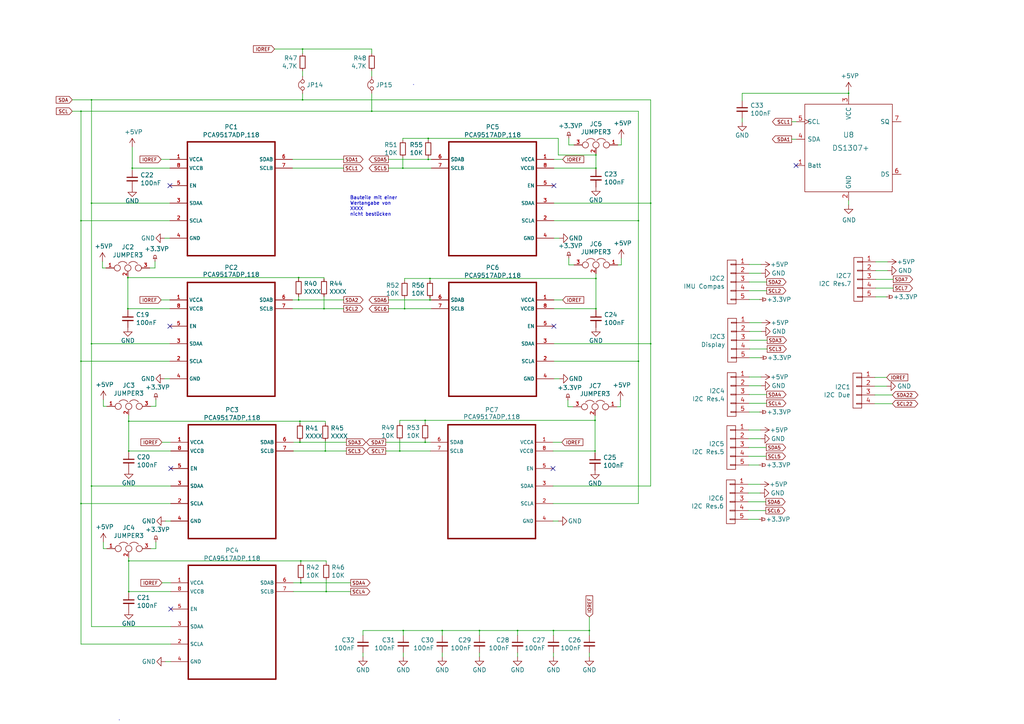
<source format=kicad_sch>
(kicad_sch (version 20210406) (generator eeschema)
  (paper "A4")
  (title_block (title "Ardumower shield SVN Version") (date "2021-01-18") (rev "1.4") (company "ML AG JL BS UZ") (comment 1 "Schaltplan und Layout UweZ"))
  (junction (at 23.495 32.258) (diameter 0.3048))
  (junction (at 23.495 64.008) (diameter 0.3048))
  (junction (at 23.495 104.775) (diameter 0.3048))
  (junction (at 23.495 146.05) (diameter 0.3048))
  (junction (at 26.543 28.956) (diameter 0.3048))
  (junction (at 26.543 58.928) (diameter 0.3048))
  (junction (at 26.543 99.695) (diameter 0.3048))
  (junction (at 26.543 140.97) (diameter 0.3048))
  (junction (at 37.084 80.518) (diameter 0.3048))
  (junction (at 37.084 89.535) (diameter 0.3048))
  (junction (at 37.338 122.174) (diameter 0.3048))
  (junction (at 37.338 130.81) (diameter 0.3048))
  (junction (at 37.338 162.687) (diameter 0.3048))
  (junction (at 37.338 171.577) (diameter 0.3048))
  (junction (at 38.354 48.768) (diameter 0.3048))
  (junction (at 86.614 80.518) (diameter 0.3048))
  (junction (at 86.614 86.995) (diameter 0.3048))
  (junction (at 86.995 122.174) (diameter 0.3048))
  (junction (at 86.995 128.27) (diameter 0.3048))
  (junction (at 87.249 162.687) (diameter 0.3048))
  (junction (at 87.249 169.037) (diameter 0.3048))
  (junction (at 87.757 14.224) (diameter 0.3048))
  (junction (at 87.757 28.956) (diameter 0.3048))
  (junction (at 93.98 89.535) (diameter 0.3048))
  (junction (at 94.361 130.81) (diameter 0.3048))
  (junction (at 94.615 171.577) (diameter 0.3048))
  (junction (at 107.823 32.258) (diameter 0.3048))
  (junction (at 115.951 130.81) (diameter 0.3048))
  (junction (at 116.84 48.768) (diameter 0.3048))
  (junction (at 116.967 182.88) (diameter 0.3048))
  (junction (at 117.348 89.535) (diameter 0.3048))
  (junction (at 123.317 121.92) (diameter 0.3048))
  (junction (at 123.317 128.27) (diameter 0.3048))
  (junction (at 124.206 40.132) (diameter 0.3048))
  (junction (at 124.206 46.228) (diameter 0.3048))
  (junction (at 124.714 80.772) (diameter 0.3048))
  (junction (at 124.714 86.995) (diameter 0.3048))
  (junction (at 128.27 182.88) (diameter 0.3048))
  (junction (at 139.065 182.88) (diameter 0.3048))
  (junction (at 150.114 182.88) (diameter 0.3048))
  (junction (at 160.528 182.88) (diameter 0.3048))
  (junction (at 170.942 182.88) (diameter 0.3048))
  (junction (at 172.593 121.92) (diameter 0.3048))
  (junction (at 172.593 130.81) (diameter 0.3048))
  (junction (at 172.847 44.958) (diameter 0.3048))
  (junction (at 172.847 48.768) (diameter 0.3048))
  (junction (at 172.847 80.772) (diameter 0.3048))
  (junction (at 172.847 89.535) (diameter 0.3048))
  (junction (at 185.166 64.008) (diameter 0.3048))
  (junction (at 185.166 104.775) (diameter 0.3048))
  (junction (at 188.722 58.928) (diameter 0.3048))
  (junction (at 188.722 99.695) (diameter 0.3048))
  (junction (at 246.126 27.051) (diameter 0.3048))
  (no_connect (at 49.276 53.848))
  (no_connect (at 49.276 94.615))
  (no_connect (at 49.53 135.89))
  (no_connect (at 49.53 176.657))
  (no_connect (at 160.401 135.89))
  (no_connect (at 160.655 53.848))
  (no_connect (at 160.655 94.615))
  (no_connect (at 230.886 48.006))
  (wire (pts (xy 20.955 28.956) (xy 26.543 28.956)))
  (wire (pts (xy 20.955 32.258) (xy 23.495 32.258)))
  (wire (pts (xy 23.495 32.258) (xy 23.495 64.008)))
  (wire (pts (xy 23.495 32.258) (xy 107.823 32.258)))
  (wire (pts (xy 23.495 64.008) (xy 23.495 104.775)))
  (wire (pts (xy 23.495 64.008) (xy 49.276 64.008)))
  (wire (pts (xy 23.495 104.775) (xy 23.495 146.05)))
  (wire (pts (xy 23.495 104.775) (xy 49.276 104.775)))
  (wire (pts (xy 23.495 146.05) (xy 23.495 186.817)))
  (wire (pts (xy 23.495 146.05) (xy 49.53 146.05)))
  (wire (pts (xy 23.495 186.817) (xy 49.53 186.817)))
  (wire (pts (xy 26.543 28.956) (xy 26.543 58.928)))
  (wire (pts (xy 26.543 28.956) (xy 87.757 28.956)))
  (wire (pts (xy 26.543 58.928) (xy 26.543 99.695)))
  (wire (pts (xy 26.543 58.928) (xy 49.276 58.928)))
  (wire (pts (xy 26.543 99.695) (xy 26.543 140.97)))
  (wire (pts (xy 26.543 99.695) (xy 49.276 99.695)))
  (wire (pts (xy 26.543 140.97) (xy 26.543 181.737)))
  (wire (pts (xy 26.543 140.97) (xy 49.53 140.97)))
  (wire (pts (xy 26.543 181.737) (xy 49.53 181.737)))
  (wire (pts (xy 29.718 77.724) (xy 29.718 75.819)))
  (wire (pts (xy 29.972 117.856) (xy 29.972 115.951)))
  (wire (pts (xy 29.972 159.131) (xy 29.972 157.226)))
  (wire (pts (xy 30.734 77.724) (xy 29.718 77.724)))
  (wire (pts (xy 30.988 117.856) (xy 29.972 117.856)))
  (wire (pts (xy 30.988 159.131) (xy 29.972 159.131)))
  (wire (pts (xy 37.084 80.264) (xy 37.084 80.518)))
  (wire (pts (xy 37.084 80.518) (xy 37.084 89.535)))
  (wire (pts (xy 37.084 80.518) (xy 86.614 80.518)))
  (wire (pts (xy 37.084 89.535) (xy 37.084 89.916)))
  (wire (pts (xy 37.084 89.535) (xy 49.276 89.535)))
  (wire (pts (xy 37.338 120.396) (xy 37.338 122.174)))
  (wire (pts (xy 37.338 122.174) (xy 37.338 130.81)))
  (wire (pts (xy 37.338 122.174) (xy 86.995 122.174)))
  (wire (pts (xy 37.338 130.81) (xy 37.338 131.191)))
  (wire (pts (xy 37.338 161.671) (xy 37.338 162.687)))
  (wire (pts (xy 37.338 162.687) (xy 37.338 171.577)))
  (wire (pts (xy 37.338 162.687) (xy 87.249 162.687)))
  (wire (pts (xy 37.338 171.577) (xy 37.338 171.958)))
  (wire (pts (xy 38.354 42.672) (xy 38.354 48.768)))
  (wire (pts (xy 38.354 48.768) (xy 38.354 49.403)))
  (wire (pts (xy 38.354 48.768) (xy 49.276 48.768)))
  (wire (pts (xy 43.434 77.724) (xy 44.958 77.724)))
  (wire (pts (xy 43.688 117.856) (xy 45.212 117.856)))
  (wire (pts (xy 43.688 159.131) (xy 45.212 159.131)))
  (wire (pts (xy 44.958 77.724) (xy 44.958 75.819)))
  (wire (pts (xy 45.212 117.856) (xy 45.212 115.951)))
  (wire (pts (xy 45.212 159.131) (xy 45.212 157.226)))
  (wire (pts (xy 46.736 46.228) (xy 49.276 46.228)))
  (wire (pts (xy 46.736 86.995) (xy 49.276 86.995)))
  (wire (pts (xy 46.99 128.27) (xy 49.53 128.27)))
  (wire (pts (xy 46.99 169.037) (xy 49.53 169.037)))
  (wire (pts (xy 47.752 69.088) (xy 49.276 69.088)))
  (wire (pts (xy 47.752 109.855) (xy 49.276 109.855)))
  (wire (pts (xy 48.006 151.13) (xy 49.53 151.13)))
  (wire (pts (xy 48.006 191.897) (xy 49.53 191.897)))
  (wire (pts (xy 49.53 130.81) (xy 37.338 130.81)))
  (wire (pts (xy 49.53 171.577) (xy 37.338 171.577)))
  (wire (pts (xy 79.629 14.224) (xy 87.757 14.224)))
  (wire (pts (xy 84.836 46.228) (xy 99.695 46.228)))
  (wire (pts (xy 84.836 48.768) (xy 99.695 48.768)))
  (wire (pts (xy 84.836 86.995) (xy 86.614 86.995)))
  (wire (pts (xy 84.836 89.535) (xy 93.98 89.535)))
  (wire (pts (xy 85.09 128.27) (xy 86.995 128.27)))
  (wire (pts (xy 85.09 130.81) (xy 94.361 130.81)))
  (wire (pts (xy 85.09 169.037) (xy 87.249 169.037)))
  (wire (pts (xy 85.09 171.577) (xy 94.615 171.577)))
  (wire (pts (xy 86.614 80.518) (xy 86.614 80.899)))
  (wire (pts (xy 86.614 80.518) (xy 93.98 80.518)))
  (wire (pts (xy 86.614 85.979) (xy 86.614 86.995)))
  (wire (pts (xy 86.614 86.995) (xy 99.695 86.995)))
  (wire (pts (xy 86.995 122.174) (xy 86.995 122.809)))
  (wire (pts (xy 86.995 122.174) (xy 94.361 122.174)))
  (wire (pts (xy 86.995 127.889) (xy 86.995 128.27)))
  (wire (pts (xy 86.995 128.27) (xy 100.457 128.27)))
  (wire (pts (xy 87.249 162.687) (xy 87.249 163.195)))
  (wire (pts (xy 87.249 162.687) (xy 94.615 162.687)))
  (wire (pts (xy 87.249 168.275) (xy 87.249 169.037)))
  (wire (pts (xy 87.249 169.037) (xy 101.727 169.037)))
  (wire (pts (xy 87.757 14.224) (xy 107.823 14.224)))
  (wire (pts (xy 87.757 15.494) (xy 87.757 14.224)))
  (wire (pts (xy 87.757 20.574) (xy 87.757 22.098)))
  (wire (pts (xy 87.757 27.178) (xy 87.757 28.956)))
  (wire (pts (xy 87.757 28.956) (xy 188.722 28.956)))
  (wire (pts (xy 93.98 80.518) (xy 93.98 80.899)))
  (wire (pts (xy 93.98 85.979) (xy 93.98 89.535)))
  (wire (pts (xy 93.98 89.535) (xy 99.695 89.535)))
  (wire (pts (xy 94.361 122.174) (xy 94.361 122.809)))
  (wire (pts (xy 94.361 127.889) (xy 94.361 130.81)))
  (wire (pts (xy 94.361 130.81) (xy 100.457 130.81)))
  (wire (pts (xy 94.615 162.687) (xy 94.615 163.195)))
  (wire (pts (xy 94.615 168.275) (xy 94.615 171.577)))
  (wire (pts (xy 94.615 171.577) (xy 101.727 171.577)))
  (wire (pts (xy 105.283 182.88) (xy 105.283 184.277)))
  (wire (pts (xy 105.283 182.88) (xy 116.967 182.88)))
  (wire (pts (xy 105.283 190.5) (xy 105.283 189.357)))
  (wire (pts (xy 107.823 14.224) (xy 107.823 15.494)))
  (wire (pts (xy 107.823 22.098) (xy 107.823 20.574)))
  (wire (pts (xy 107.823 32.258) (xy 107.823 27.178)))
  (wire (pts (xy 107.823 32.258) (xy 185.166 32.258)))
  (wire (pts (xy 111.887 128.27) (xy 123.317 128.27)))
  (wire (pts (xy 111.887 130.81) (xy 115.951 130.81)))
  (wire (pts (xy 112.649 46.228) (xy 124.206 46.228)))
  (wire (pts (xy 112.649 48.768) (xy 116.84 48.768)))
  (wire (pts (xy 112.649 86.995) (xy 124.714 86.995)))
  (wire (pts (xy 112.649 89.535) (xy 117.348 89.535)))
  (wire (pts (xy 115.951 121.92) (xy 123.317 121.92)))
  (wire (pts (xy 115.951 122.682) (xy 115.951 121.92)))
  (wire (pts (xy 115.951 127.762) (xy 115.951 130.81)))
  (wire (pts (xy 115.951 130.81) (xy 124.841 130.81)))
  (wire (pts (xy 116.84 40.132) (xy 124.206 40.132)))
  (wire (pts (xy 116.84 40.64) (xy 116.84 40.132)))
  (wire (pts (xy 116.84 45.72) (xy 116.84 48.768)))
  (wire (pts (xy 116.84 48.768) (xy 125.095 48.768)))
  (wire (pts (xy 116.967 182.88) (xy 116.967 184.277)))
  (wire (pts (xy 116.967 182.88) (xy 128.27 182.88)))
  (wire (pts (xy 116.967 190.5) (xy 116.967 189.357)))
  (wire (pts (xy 117.348 80.772) (xy 124.714 80.772)))
  (wire (pts (xy 117.348 81.407) (xy 117.348 80.772)))
  (wire (pts (xy 117.348 86.487) (xy 117.348 89.535)))
  (wire (pts (xy 117.348 89.535) (xy 125.095 89.535)))
  (wire (pts (xy 123.317 121.92) (xy 123.317 122.682)))
  (wire (pts (xy 123.317 121.92) (xy 172.593 121.92)))
  (wire (pts (xy 123.317 127.762) (xy 123.317 128.27)))
  (wire (pts (xy 123.317 128.27) (xy 124.841 128.27)))
  (wire (pts (xy 124.206 40.132) (xy 124.206 40.64)))
  (wire (pts (xy 124.206 40.132) (xy 161.925 40.132)))
  (wire (pts (xy 124.206 45.72) (xy 124.206 46.228)))
  (wire (pts (xy 124.206 46.228) (xy 125.095 46.228)))
  (wire (pts (xy 124.714 80.772) (xy 124.714 81.407)))
  (wire (pts (xy 124.714 80.772) (xy 172.847 80.772)))
  (wire (pts (xy 124.714 86.487) (xy 124.714 86.995)))
  (wire (pts (xy 124.714 86.995) (xy 125.095 86.995)))
  (wire (pts (xy 128.27 182.88) (xy 128.27 184.277)))
  (wire (pts (xy 128.27 182.88) (xy 139.065 182.88)))
  (wire (pts (xy 128.27 190.5) (xy 128.27 189.357)))
  (wire (pts (xy 139.065 182.88) (xy 139.065 184.277)))
  (wire (pts (xy 139.065 182.88) (xy 150.114 182.88)))
  (wire (pts (xy 139.065 190.5) (xy 139.065 189.357)))
  (wire (pts (xy 150.114 182.88) (xy 150.114 184.277)))
  (wire (pts (xy 150.114 182.88) (xy 160.528 182.88)))
  (wire (pts (xy 150.114 190.5) (xy 150.114 189.357)))
  (wire (pts (xy 160.401 128.27) (xy 162.941 128.27)))
  (wire (pts (xy 160.401 130.81) (xy 172.593 130.81)))
  (wire (pts (xy 160.528 182.88) (xy 160.528 184.277)))
  (wire (pts (xy 160.528 182.88) (xy 170.942 182.88)))
  (wire (pts (xy 160.528 190.5) (xy 160.528 189.357)))
  (wire (pts (xy 160.655 46.228) (xy 163.195 46.228)))
  (wire (pts (xy 160.655 48.768) (xy 172.847 48.768)))
  (wire (pts (xy 160.655 58.928) (xy 188.722 58.928)))
  (wire (pts (xy 160.655 64.008) (xy 185.166 64.008)))
  (wire (pts (xy 160.655 86.995) (xy 163.195 86.995)))
  (wire (pts (xy 160.655 89.535) (xy 172.847 89.535)))
  (wire (pts (xy 161.925 40.132) (xy 161.925 44.958)))
  (wire (pts (xy 161.925 44.958) (xy 172.847 44.958)))
  (wire (pts (xy 161.925 151.13) (xy 160.401 151.13)))
  (wire (pts (xy 162.179 69.088) (xy 160.655 69.088)))
  (wire (pts (xy 162.179 109.855) (xy 160.655 109.855)))
  (wire (pts (xy 164.719 117.983) (xy 164.719 116.078)))
  (wire (pts (xy 164.973 42.037) (xy 164.973 40.132)))
  (wire (pts (xy 164.973 76.835) (xy 164.973 74.93)))
  (wire (pts (xy 166.243 117.983) (xy 164.719 117.983)))
  (wire (pts (xy 166.497 42.037) (xy 164.973 42.037)))
  (wire (pts (xy 166.497 76.835) (xy 164.973 76.835)))
  (wire (pts (xy 170.942 178.943) (xy 170.942 182.88)))
  (wire (pts (xy 170.942 182.88) (xy 170.942 184.277)))
  (wire (pts (xy 170.942 190.5) (xy 170.942 189.357)))
  (wire (pts (xy 172.593 120.523) (xy 172.593 121.92)))
  (wire (pts (xy 172.593 121.92) (xy 172.593 130.81)))
  (wire (pts (xy 172.593 130.81) (xy 172.593 131.318)))
  (wire (pts (xy 172.847 44.577) (xy 172.847 44.958)))
  (wire (pts (xy 172.847 44.958) (xy 172.847 48.768)))
  (wire (pts (xy 172.847 48.768) (xy 172.847 49.149)))
  (wire (pts (xy 172.847 79.375) (xy 172.847 80.772)))
  (wire (pts (xy 172.847 80.772) (xy 172.847 89.535)))
  (wire (pts (xy 172.847 89.535) (xy 172.847 89.916)))
  (wire (pts (xy 178.943 117.983) (xy 179.959 117.983)))
  (wire (pts (xy 179.197 42.037) (xy 180.213 42.037)))
  (wire (pts (xy 179.197 76.835) (xy 180.213 76.835)))
  (wire (pts (xy 179.959 117.983) (xy 179.959 116.078)))
  (wire (pts (xy 180.213 42.037) (xy 180.213 40.132)))
  (wire (pts (xy 180.213 76.835) (xy 180.213 74.93)))
  (wire (pts (xy 185.166 32.258) (xy 185.166 64.008)))
  (wire (pts (xy 185.166 64.008) (xy 185.166 104.775)))
  (wire (pts (xy 185.166 104.775) (xy 160.655 104.775)))
  (wire (pts (xy 185.166 104.775) (xy 185.166 146.05)))
  (wire (pts (xy 185.166 146.05) (xy 160.401 146.05)))
  (wire (pts (xy 188.722 28.956) (xy 188.722 58.928)))
  (wire (pts (xy 188.722 58.928) (xy 188.722 99.695)))
  (wire (pts (xy 188.722 99.695) (xy 160.655 99.695)))
  (wire (pts (xy 188.722 99.695) (xy 188.722 140.97)))
  (wire (pts (xy 188.722 140.97) (xy 160.401 140.97)))
  (wire (pts (xy 215.265 27.051) (xy 246.126 27.051)))
  (wire (pts (xy 215.265 29.21) (xy 215.265 27.051)))
  (wire (pts (xy 215.265 35.433) (xy 215.265 34.29)))
  (wire (pts (xy 217.043 140.462) (xy 220.472 140.462)))
  (wire (pts (xy 217.043 143.002) (xy 220.472 143.002)))
  (wire (pts (xy 217.043 145.542) (xy 222.123 145.542)))
  (wire (pts (xy 217.043 148.082) (xy 222.123 148.082)))
  (wire (pts (xy 217.17 124.714) (xy 220.599 124.714)))
  (wire (pts (xy 217.17 127.254) (xy 220.599 127.254)))
  (wire (pts (xy 217.17 129.794) (xy 222.25 129.794)))
  (wire (pts (xy 217.17 132.334) (xy 222.25 132.334)))
  (wire (pts (xy 217.297 76.708) (xy 220.726 76.708)))
  (wire (pts (xy 217.297 79.248) (xy 220.726 79.248)))
  (wire (pts (xy 217.297 81.788) (xy 222.377 81.788)))
  (wire (pts (xy 217.297 84.328) (xy 222.377 84.328)))
  (wire (pts (xy 217.297 109.347) (xy 220.726 109.347)))
  (wire (pts (xy 217.297 111.887) (xy 220.726 111.887)))
  (wire (pts (xy 217.297 114.427) (xy 222.377 114.427)))
  (wire (pts (xy 217.297 116.967) (xy 222.377 116.967)))
  (wire (pts (xy 217.424 93.599) (xy 220.853 93.599)))
  (wire (pts (xy 217.424 96.139) (xy 220.853 96.139)))
  (wire (pts (xy 217.424 98.679) (xy 222.504 98.679)))
  (wire (pts (xy 217.424 101.219) (xy 222.504 101.219)))
  (wire (pts (xy 220.091 150.622) (xy 217.043 150.622)))
  (wire (pts (xy 220.218 134.874) (xy 217.17 134.874)))
  (wire (pts (xy 220.345 86.868) (xy 217.297 86.868)))
  (wire (pts (xy 220.345 119.507) (xy 217.297 119.507)))
  (wire (pts (xy 220.472 103.759) (xy 217.424 103.759)))
  (wire (pts (xy 230.886 35.306) (xy 229.616 35.306)))
  (wire (pts (xy 230.886 40.386) (xy 229.616 40.386)))
  (wire (pts (xy 246.126 26.416) (xy 246.126 27.051)))
  (wire (pts (xy 246.126 27.051) (xy 246.126 27.686)))
  (wire (pts (xy 246.126 59.436) (xy 246.126 58.166)))
  (wire (pts (xy 253.746 109.474) (xy 257.175 109.474)))
  (wire (pts (xy 253.746 112.014) (xy 257.175 112.014)))
  (wire (pts (xy 253.746 114.554) (xy 258.826 114.554)))
  (wire (pts (xy 253.746 117.094) (xy 258.826 117.094)))
  (wire (pts (xy 254 75.946) (xy 257.429 75.946)))
  (wire (pts (xy 254 78.486) (xy 257.429 78.486)))
  (wire (pts (xy 254 81.026) (xy 259.08 81.026)))
  (wire (pts (xy 254 83.566) (xy 259.08 83.566)))
  (wire (pts (xy 257.048 86.106) (xy 254 86.106)))
  (polyline (pts (xy 34.544 208.788) (xy 34.671 208.788)) (stroke (width 0) (type dash)))
  (polyline (pts (xy 119.888 24.511) (xy 120.015 24.511)) (stroke (width 0) (type dash)))
  (image (at 726.567 76.327))
  (text "@Bernd\nWeiterer Punkt, die I2C Pullups, Mit 10k sind die recht hoch. \nWir müssen ja keine Energie sparen, ich würde da auf max 4,7k runter gehen, \nbeim M4 ist ja auf der Bauanleitung sogar nur 2,2 oder 2,7 k Ohm angegeben." (at 72.644 -5.842 0) (effects (font (size 1 1)) (justify left bottom)))
  (text "Bauteile mit einer \nWertangabe von \nXXXX\nnicht bestücken" (at 101.473 62.865 0) (effects (font (size 0.9906 0.9906)) (justify left bottom)))
  (text "beim i2c PC1 den jumper 5v/3,3V weglassen \nda ist ja die Uhr dran die hat immer 5v. \ndie 10k widerstände an dieser stelle auf jeden fall weg die Uhr hat die selber." (at 322.072 110.871 0) (effects (font (size 2.0066 2.0066)) (justify left bottom)))
  (global_label "SDA" (shape input) (at 20.955 28.956 180) (effects (font (size 0.9906 0.9906))) (property "Intersheet References" "${INTERSHEET_REFS}" (effects hide)))
  (global_label "SCL" (shape input) (at 20.955 32.258 180) (effects (font (size 0.9906 0.9906))) (property "Intersheet References" "${INTERSHEET_REFS}" (effects hide)))
  (global_label "IOREF" (shape input) (at 46.736 46.228 180) (effects (font (size 0.9906 0.9906))) (property "Intersheet References" "${INTERSHEET_REFS}" (effects hide)))
  (global_label "IOREF" (shape input) (at 46.736 86.995 180) (effects (font (size 0.9906 0.9906))) (property "Intersheet References" "${INTERSHEET_REFS}" (effects hide)))
  (global_label "IOREF" (shape input) (at 46.99 128.27 180) (effects (font (size 0.9906 0.9906))) (property "Intersheet References" "${INTERSHEET_REFS}" (effects hide)))
  (global_label "IOREF" (shape input) (at 46.99 169.037 180) (effects (font (size 0.9906 0.9906))) (property "Intersheet References" "${INTERSHEET_REFS}" (effects hide)))
  (global_label "IOREF" (shape input) (at 79.629 14.224 180) (effects (font (size 0.9906 0.9906))) (property "Intersheet References" "${INTERSHEET_REFS}" (effects hide)))
  (global_label "SDA1" (shape output) (at 99.695 46.228 0) (effects (font (size 0.9906 0.9906))) (property "Intersheet References" "${INTERSHEET_REFS}" (effects hide)))
  (global_label "SCL1" (shape output) (at 99.695 48.768 0) (effects (font (size 0.9906 0.9906))) (property "Intersheet References" "${INTERSHEET_REFS}" (effects hide)))
  (global_label "SDA2" (shape output) (at 99.695 86.995 0) (effects (font (size 0.9906 0.9906))) (property "Intersheet References" "${INTERSHEET_REFS}" (effects hide)))
  (global_label "SCL2" (shape output) (at 99.695 89.535 0) (effects (font (size 0.9906 0.9906))) (property "Intersheet References" "${INTERSHEET_REFS}" (effects hide)))
  (global_label "SDA3" (shape output) (at 100.457 128.27 0) (effects (font (size 0.9906 0.9906))) (property "Intersheet References" "${INTERSHEET_REFS}" (effects hide)))
  (global_label "SCL3" (shape output) (at 100.457 130.81 0) (effects (font (size 0.9906 0.9906))) (property "Intersheet References" "${INTERSHEET_REFS}" (effects hide)))
  (global_label "SDA4" (shape output) (at 101.727 169.037 0) (effects (font (size 0.9906 0.9906))) (property "Intersheet References" "${INTERSHEET_REFS}" (effects hide)))
  (global_label "SCL4" (shape output) (at 101.727 171.577 0) (effects (font (size 0.9906 0.9906))) (property "Intersheet References" "${INTERSHEET_REFS}" (effects hide)))
  (global_label "SDA7" (shape output) (at 111.887 128.27 180) (effects (font (size 0.9906 0.9906))) (property "Intersheet References" "${INTERSHEET_REFS}" (effects hide)))
  (global_label "SCL7" (shape output) (at 111.887 130.81 180) (effects (font (size 0.9906 0.9906))) (property "Intersheet References" "${INTERSHEET_REFS}" (effects hide)))
  (global_label "SDA5" (shape output) (at 112.649 46.228 180) (effects (font (size 0.9906 0.9906))) (property "Intersheet References" "${INTERSHEET_REFS}" (effects hide)))
  (global_label "SCL5" (shape output) (at 112.649 48.768 180) (effects (font (size 0.9906 0.9906))) (property "Intersheet References" "${INTERSHEET_REFS}" (effects hide)))
  (global_label "SDA6" (shape output) (at 112.649 86.995 180) (effects (font (size 0.9906 0.9906))) (property "Intersheet References" "${INTERSHEET_REFS}" (effects hide)))
  (global_label "SCL6" (shape output) (at 112.649 89.535 180) (effects (font (size 0.9906 0.9906))) (property "Intersheet References" "${INTERSHEET_REFS}" (effects hide)))
  (global_label "IOREF" (shape input) (at 162.941 128.27 0) (effects (font (size 0.9906 0.9906))) (property "Intersheet References" "${INTERSHEET_REFS}" (effects hide)))
  (global_label "IOREF" (shape input) (at 163.195 46.228 0) (effects (font (size 0.9906 0.9906))) (property "Intersheet References" "${INTERSHEET_REFS}" (effects hide)))
  (global_label "IOREF" (shape input) (at 163.195 86.995 0) (effects (font (size 0.9906 0.9906))) (property "Intersheet References" "${INTERSHEET_REFS}" (effects hide)))
  (global_label "IOREF" (shape input) (at 170.942 178.943 90) (effects (font (size 0.9906 0.9906))) (property "Intersheet References" "${INTERSHEET_REFS}" (effects hide)))
  (global_label "SDA6" (shape output) (at 222.123 145.542 0) (effects (font (size 0.9906 0.9906))) (property "Intersheet References" "${INTERSHEET_REFS}" (effects hide)))
  (global_label "SCL6" (shape output) (at 222.123 148.082 0) (effects (font (size 0.9906 0.9906))) (property "Intersheet References" "${INTERSHEET_REFS}" (effects hide)))
  (global_label "SDA5" (shape output) (at 222.25 129.794 0) (effects (font (size 0.9906 0.9906))) (property "Intersheet References" "${INTERSHEET_REFS}" (effects hide)))
  (global_label "SCL5" (shape output) (at 222.25 132.334 0) (effects (font (size 0.9906 0.9906))) (property "Intersheet References" "${INTERSHEET_REFS}" (effects hide)))
  (global_label "SDA2" (shape output) (at 222.377 81.788 0) (effects (font (size 0.9906 0.9906))) (property "Intersheet References" "${INTERSHEET_REFS}" (effects hide)))
  (global_label "SCL2" (shape output) (at 222.377 84.328 0) (effects (font (size 0.9906 0.9906))) (property "Intersheet References" "${INTERSHEET_REFS}" (effects hide)))
  (global_label "SDA4" (shape output) (at 222.377 114.427 0) (effects (font (size 0.9906 0.9906))) (property "Intersheet References" "${INTERSHEET_REFS}" (effects hide)))
  (global_label "SCL4" (shape output) (at 222.377 116.967 0) (effects (font (size 0.9906 0.9906))) (property "Intersheet References" "${INTERSHEET_REFS}" (effects hide)))
  (global_label "SDA3" (shape output) (at 222.504 98.679 0) (effects (font (size 0.9906 0.9906))) (property "Intersheet References" "${INTERSHEET_REFS}" (effects hide)))
  (global_label "SCL3" (shape output) (at 222.504 101.219 0) (effects (font (size 0.9906 0.9906))) (property "Intersheet References" "${INTERSHEET_REFS}" (effects hide)))
  (global_label "SCL1" (shape output) (at 229.616 35.306 180) (effects (font (size 0.9906 0.9906))) (property "Intersheet References" "${INTERSHEET_REFS}" (effects hide)))
  (global_label "SDA1" (shape output) (at 229.616 40.386 180) (effects (font (size 0.9906 0.9906))) (property "Intersheet References" "${INTERSHEET_REFS}" (effects hide)))
  (global_label "IOREF" (shape input) (at 257.175 109.474 0) (effects (font (size 0.9906 0.9906))) (property "Intersheet References" "${INTERSHEET_REFS}" (effects hide)))
  (global_label "SDA22" (shape bidirectional) (at 258.826 114.554 0) (effects (font (size 0.9906 0.9906))) (property "Intersheet References" "${INTERSHEET_REFS}" (effects hide)))
  (global_label "SCL22" (shape bidirectional) (at 258.826 117.094 0) (effects (font (size 0.9906 0.9906))) (property "Intersheet References" "${INTERSHEET_REFS}" (effects hide)))
  (global_label "SDA7" (shape output) (at 259.08 81.026 0) (effects (font (size 0.9906 0.9906))) (property "Intersheet References" "${INTERSHEET_REFS}" (effects hide)))
  (global_label "SCL7" (shape output) (at 259.08 83.566 0) (effects (font (size 0.9906 0.9906))) (property "Intersheet References" "${INTERSHEET_REFS}" (effects hide)))
  (symbol (lib_id "ardumower-mega-shield-svn-rescue:+3.3VP-RESCUE-ardumower_mega_shield_svn") (at 44.958 75.819 0) (unit 1)
    (property "Reference" "#PWR0255" (effects hide))
    (property "Value" "+3.3VP" (at 45.466 72.1868 0))
  )
  (symbol (lib_id "ardumower-mega-shield-svn-rescue:+3.3VP-RESCUE-ardumower_mega_shield_svn") (at 45.212 115.951 0) (unit 1)
    (property "Reference" "#PWR0253" (effects hide))
    (property "Value" "+3.3VP" (at 45.72 112.3188 0))
  )
  (symbol (lib_id "ardumower-mega-shield-svn-rescue:+3.3VP-RESCUE-ardumower_mega_shield_svn") (at 45.212 157.226 0) (unit 1)
    (property "Reference" "#PWR0251" (effects hide))
    (property "Value" "+3.3VP" (at 45.72 153.5938 0))
  )
  (symbol (lib_id "ardumower-mega-shield-svn-rescue:+3.3VP-RESCUE-ardumower_mega_shield_svn") (at 164.719 116.078 0) (unit 1)
    (property "Reference" "#PWR0248" (effects hide))
    (property "Value" "+3.3VP" (at 165.227 112.4458 0))
  )
  (symbol (lib_id "ardumower-mega-shield-svn-rescue:+3.3VP-RESCUE-ardumower_mega_shield_svn") (at 164.973 40.132 0) (unit 1)
    (property "Reference" "#PWR0245" (effects hide))
    (property "Value" "+3.3VP" (at 165.481 36.4998 0))
  )
  (symbol (lib_id "ardumower-mega-shield-svn-rescue:+3.3VP-RESCUE-ardumower_mega_shield_svn") (at 164.973 74.93 0) (unit 1)
    (property "Reference" "#PWR0246" (effects hide))
    (property "Value" "+3.3VP" (at 165.481 71.2978 0))
  )
  (symbol (lib_id "ardumower-mega-shield-svn-rescue:+3.3VP-RESCUE-ardumower_mega_shield_svn") (at 220.091 150.622 270) (mirror x) (unit 1)
    (property "Reference" "#PWR0242" (effects hide))
    (property "Value" "+3.3VP" (at 225.679 150.622 90))
  )
  (symbol (lib_id "ardumower-mega-shield-svn-rescue:+3.3VP-RESCUE-ardumower_mega_shield_svn") (at 220.218 134.874 270) (mirror x) (unit 1)
    (property "Reference" "#PWR0240" (effects hide))
    (property "Value" "+3.3VP" (at 225.806 134.874 90))
  )
  (symbol (lib_id "ardumower-mega-shield-svn-rescue:+3.3VP-RESCUE-ardumower_mega_shield_svn") (at 220.345 86.868 270) (mirror x) (unit 1)
    (property "Reference" "#PWR0234" (effects hide))
    (property "Value" "+3.3VP" (at 225.933 86.868 90))
  )
  (symbol (lib_id "ardumower-mega-shield-svn-rescue:+3.3VP-RESCUE-ardumower_mega_shield_svn") (at 220.345 119.507 270) (mirror x) (unit 1)
    (property "Reference" "#PWR0238" (effects hide))
    (property "Value" "+3.3VP" (at 225.933 119.507 90))
  )
  (symbol (lib_id "ardumower-mega-shield-svn-rescue:+3.3VP-RESCUE-ardumower_mega_shield_svn") (at 220.472 103.759 270) (mirror x) (unit 1)
    (property "Reference" "#PWR0236" (effects hide))
    (property "Value" "+3.3VP" (at 226.06 103.759 90))
  )
  (symbol (lib_id "ardumower-mega-shield-svn-rescue:+3.3VP-RESCUE-ardumower_mega_shield_svn") (at 257.048 86.106 270) (mirror x) (unit 1)
    (property "Reference" "#PWR0232" (effects hide))
    (property "Value" "+3.3VP" (at 262.636 86.106 90))
  )
  (symbol (lib_id "ardumower-mega-shield-svn-rescue:+5VP-RESCUE-ardumower_mega_shield_svn") (at 29.718 75.819 0) (unit 1)
    (property "Reference" "#PWR0254" (effects hide))
    (property "Value" "+5VP" (at 30.099 71.4248 0))
  )
  (symbol (lib_id "ardumower-mega-shield-svn-rescue:+5VP-RESCUE-ardumower_mega_shield_svn") (at 29.972 115.951 0) (unit 1)
    (property "Reference" "#PWR0252" (effects hide))
    (property "Value" "+5VP" (at 30.353 111.5568 0))
  )
  (symbol (lib_id "ardumower-mega-shield-svn-rescue:+5VP-RESCUE-ardumower_mega_shield_svn") (at 29.972 157.226 0) (unit 1)
    (property "Reference" "#PWR0250" (effects hide))
    (property "Value" "+5VP" (at 30.353 152.8318 0))
  )
  (symbol (lib_id "ardumower-mega-shield-svn-rescue:+5VP-RESCUE-ardumower_mega_shield_svn") (at 38.354 42.672 0) (unit 1)
    (property "Reference" "#PWR0256" (effects hide))
    (property "Value" "+5VP" (at 38.735 38.2778 0))
  )
  (symbol (lib_id "ardumower-mega-shield-svn-rescue:+5VP-RESCUE-ardumower_mega_shield_svn") (at 179.959 116.078 0) (unit 1)
    (property "Reference" "#PWR0249" (effects hide))
    (property "Value" "+5VP" (at 180.34 111.6838 0))
  )
  (symbol (lib_id "ardumower-mega-shield-svn-rescue:+5VP-RESCUE-ardumower_mega_shield_svn") (at 180.213 40.132 0) (unit 1)
    (property "Reference" "#PWR0244" (effects hide))
    (property "Value" "+5VP" (at 180.594 35.7378 0))
  )
  (symbol (lib_id "ardumower-mega-shield-svn-rescue:+5VP-RESCUE-ardumower_mega_shield_svn") (at 180.213 74.93 0) (unit 1)
    (property "Reference" "#PWR0247" (effects hide))
    (property "Value" "+5VP" (at 180.594 70.5358 0))
  )
  (symbol (lib_id "ardumower-mega-shield-svn-rescue:+5VP-RESCUE-ardumower_mega_shield_svn") (at 220.472 140.462 270) (mirror x) (unit 1)
    (property "Reference" "#PWR0241" (effects hide))
    (property "Value" "+5VP" (at 225.806 140.462 90))
  )
  (symbol (lib_id "ardumower-mega-shield-svn-rescue:+5VP-RESCUE-ardumower_mega_shield_svn") (at 220.599 124.714 270) (mirror x) (unit 1)
    (property "Reference" "#PWR0239" (effects hide))
    (property "Value" "+5VP" (at 225.933 124.714 90))
  )
  (symbol (lib_id "ardumower-mega-shield-svn-rescue:+5VP-RESCUE-ardumower_mega_shield_svn") (at 220.726 76.708 270) (mirror x) (unit 1)
    (property "Reference" "#PWR0233" (effects hide))
    (property "Value" "+5VP" (at 226.06 76.708 90))
  )
  (symbol (lib_id "ardumower-mega-shield-svn-rescue:+5VP-RESCUE-ardumower_mega_shield_svn") (at 220.726 109.347 270) (mirror x) (unit 1)
    (property "Reference" "#PWR0237" (effects hide))
    (property "Value" "+5VP" (at 226.06 109.347 90))
  )
  (symbol (lib_id "ardumower-mega-shield-svn-rescue:+5VP-RESCUE-ardumower_mega_shield_svn") (at 220.853 93.599 270) (mirror x) (unit 1)
    (property "Reference" "#PWR0235" (effects hide))
    (property "Value" "+5VP" (at 226.187 93.599 90))
  )
  (symbol (lib_id "ardumower-mega-shield-svn-rescue:+5VP-RESCUE-ardumower_mega_shield_svn") (at 246.126 26.416 0) (unit 1)
    (property "Reference" "#PWR0243" (effects hide))
    (property "Value" "+5VP" (at 246.507 22.0218 0))
  )
  (symbol (lib_id "ardumower-mega-shield-svn-rescue:+5VP-RESCUE-ardumower_mega_shield_svn") (at 257.429 75.946 270) (mirror x) (unit 1)
    (property "Reference" "#PWR0231" (effects hide))
    (property "Value" "+5VP" (at 262.763 75.946 90))
  )
  (symbol (lib_id "ardumower-mega-shield-svn-rescue:GND-RESCUE-ardumower_mega_shield_svn") (at 37.084 94.996 0) (mirror y) (unit 1)
    (property "Reference" "#PWR0257" (effects hide))
    (property "Value" "GND" (at 37.084 98.806 0))
  )
  (symbol (lib_id "ardumower-mega-shield-svn-rescue:GND-RESCUE-ardumower_mega_shield_svn") (at 37.338 136.271 0) (mirror y) (unit 1)
    (property "Reference" "#PWR0272" (effects hide))
    (property "Value" "GND" (at 37.338 140.081 0))
  )
  (symbol (lib_id "ardumower-mega-shield-svn-rescue:GND-RESCUE-ardumower_mega_shield_svn") (at 37.338 177.038 0) (mirror y) (unit 1)
    (property "Reference" "#PWR0259" (effects hide))
    (property "Value" "GND" (at 37.338 180.848 0))
  )
  (symbol (lib_id "ardumower-mega-shield-svn-rescue:GND-RESCUE-ardumower_mega_shield_svn") (at 38.354 54.483 0) (mirror y) (unit 1)
    (property "Reference" "#PWR0269" (effects hide))
    (property "Value" "GND" (at 38.354 58.293 0))
  )
  (symbol (lib_id "ardumower-mega-shield-svn-rescue:GND-RESCUE-ardumower_mega_shield_svn") (at 47.752 69.088 270) (mirror x) (unit 1)
    (property "Reference" "#PWR0218" (effects hide))
    (property "Value" "GND" (at 42.926 69.088 90))
  )
  (symbol (lib_id "ardumower-mega-shield-svn-rescue:GND-RESCUE-ardumower_mega_shield_svn") (at 47.752 109.855 270) (mirror x) (unit 1)
    (property "Reference" "#PWR0219" (effects hide))
    (property "Value" "GND" (at 42.926 109.855 90))
  )
  (symbol (lib_id "ardumower-mega-shield-svn-rescue:GND-RESCUE-ardumower_mega_shield_svn") (at 48.006 151.13 270) (mirror x) (unit 1)
    (property "Reference" "#PWR0220" (effects hide))
    (property "Value" "GND" (at 43.18 151.13 90))
  )
  (symbol (lib_id "ardumower-mega-shield-svn-rescue:GND-RESCUE-ardumower_mega_shield_svn") (at 48.006 191.897 270) (mirror x) (unit 1)
    (property "Reference" "#PWR0221" (effects hide))
    (property "Value" "GND" (at 43.18 191.897 90))
  )
  (symbol (lib_id "ardumower-mega-shield-svn-rescue:GND-RESCUE-ardumower_mega_shield_svn") (at 105.283 190.5 0) (unit 1)
    (property "Reference" "#PWR0268" (effects hide))
    (property "Value" "GND" (at 105.283 194.31 0))
  )
  (symbol (lib_id "ardumower-mega-shield-svn-rescue:GND-RESCUE-ardumower_mega_shield_svn") (at 116.967 190.5 0) (unit 1)
    (property "Reference" "#PWR0267" (effects hide))
    (property "Value" "GND" (at 116.967 194.31 0))
  )
  (symbol (lib_id "ardumower-mega-shield-svn-rescue:GND-RESCUE-ardumower_mega_shield_svn") (at 128.27 190.5 0) (unit 1)
    (property "Reference" "#PWR0266" (effects hide))
    (property "Value" "GND" (at 128.27 194.31 0))
  )
  (symbol (lib_id "ardumower-mega-shield-svn-rescue:GND-RESCUE-ardumower_mega_shield_svn") (at 139.065 190.5 0) (unit 1)
    (property "Reference" "#PWR0265" (effects hide))
    (property "Value" "GND" (at 139.065 194.31 0))
  )
  (symbol (lib_id "ardumower-mega-shield-svn-rescue:GND-RESCUE-ardumower_mega_shield_svn") (at 150.114 190.5 0) (unit 1)
    (property "Reference" "#PWR0264" (effects hide))
    (property "Value" "GND" (at 150.114 194.31 0))
  )
  (symbol (lib_id "ardumower-mega-shield-svn-rescue:GND-RESCUE-ardumower_mega_shield_svn") (at 160.528 190.5 0) (unit 1)
    (property "Reference" "#PWR0263" (effects hide))
    (property "Value" "GND" (at 160.528 194.31 0))
  )
  (symbol (lib_id "ardumower-mega-shield-svn-rescue:GND-RESCUE-ardumower_mega_shield_svn") (at 161.925 151.13 90) (unit 1)
    (property "Reference" "#PWR0224" (effects hide))
    (property "Value" "GND" (at 166.751 151.13 90))
  )
  (symbol (lib_id "ardumower-mega-shield-svn-rescue:GND-RESCUE-ardumower_mega_shield_svn") (at 162.179 69.088 90) (unit 1)
    (property "Reference" "#PWR0222" (effects hide))
    (property "Value" "GND" (at 167.005 69.088 90))
  )
  (symbol (lib_id "ardumower-mega-shield-svn-rescue:GND-RESCUE-ardumower_mega_shield_svn") (at 162.179 109.855 90) (unit 1)
    (property "Reference" "#PWR0223" (effects hide))
    (property "Value" "GND" (at 167.005 109.855 90))
  )
  (symbol (lib_id "ardumower-mega-shield-svn-rescue:GND-RESCUE-ardumower_mega_shield_svn") (at 170.942 190.5 0) (unit 1)
    (property "Reference" "#PWR0262" (effects hide))
    (property "Value" "GND" (at 170.942 194.31 0))
  )
  (symbol (lib_id "ardumower-mega-shield-svn-rescue:GND-RESCUE-ardumower_mega_shield_svn") (at 172.593 136.398 0) (mirror y) (unit 1)
    (property "Reference" "#PWR0258" (effects hide))
    (property "Value" "GND" (at 172.593 140.208 0))
  )
  (symbol (lib_id "ardumower-mega-shield-svn-rescue:GND-RESCUE-ardumower_mega_shield_svn") (at 172.847 54.229 0) (mirror y) (unit 1)
    (property "Reference" "#PWR0260" (effects hide))
    (property "Value" "GND" (at 172.847 58.039 0))
  )
  (symbol (lib_id "ardumower-mega-shield-svn-rescue:GND-RESCUE-ardumower_mega_shield_svn") (at 172.847 94.996 0) (mirror y) (unit 1)
    (property "Reference" "#PWR0261" (effects hide))
    (property "Value" "GND" (at 172.847 98.806 0))
  )
  (symbol (lib_id "ardumower-mega-shield-svn-rescue:GND-RESCUE-ardumower_mega_shield_svn") (at 215.265 35.433 0) (mirror y) (unit 1)
    (property "Reference" "#PWR0270" (effects hide))
    (property "Value" "GND" (at 215.265 39.243 0))
  )
  (symbol (lib_id "ardumower-mega-shield-svn-rescue:GND-RESCUE-ardumower_mega_shield_svn") (at 220.472 143.002 90) (unit 1)
    (property "Reference" "#PWR0229" (effects hide))
    (property "Value" "GND" (at 225.552 143.002 90))
  )
  (symbol (lib_id "ardumower-mega-shield-svn-rescue:GND-RESCUE-ardumower_mega_shield_svn") (at 220.599 127.254 90) (unit 1)
    (property "Reference" "#PWR0228" (effects hide))
    (property "Value" "GND" (at 225.679 127.254 90))
  )
  (symbol (lib_id "ardumower-mega-shield-svn-rescue:GND-RESCUE-ardumower_mega_shield_svn") (at 220.726 79.248 90) (unit 1)
    (property "Reference" "#PWR0217" (effects hide))
    (property "Value" "GND" (at 225.806 79.248 90))
  )
  (symbol (lib_id "ardumower-mega-shield-svn-rescue:GND-RESCUE-ardumower_mega_shield_svn") (at 220.726 111.887 90) (unit 1)
    (property "Reference" "#PWR0227" (effects hide))
    (property "Value" "GND" (at 225.806 111.887 90))
  )
  (symbol (lib_id "ardumower-mega-shield-svn-rescue:GND-RESCUE-ardumower_mega_shield_svn") (at 220.853 96.139 90) (unit 1)
    (property "Reference" "#PWR0226" (effects hide))
    (property "Value" "GND" (at 225.933 96.139 90))
  )
  (symbol (lib_id "ardumower-mega-shield-svn-rescue:GND-RESCUE-ardumower_mega_shield_svn") (at 246.126 59.436 0) (unit 1)
    (property "Reference" "#PWR0225" (effects hide))
    (property "Value" "GND" (at 246.253 63.8302 0))
  )
  (symbol (lib_id "ardumower-mega-shield-svn-rescue:GND-RESCUE-ardumower_mega_shield_svn") (at 257.175 112.014 90) (unit 1)
    (property "Reference" "#PWR0271" (effects hide))
    (property "Value" "GND" (at 262.255 112.014 90))
  )
  (symbol (lib_id "ardumower-mega-shield-svn-rescue:GND-RESCUE-ardumower_mega_shield_svn") (at 257.429 78.486 90) (unit 1)
    (property "Reference" "#PWR0230" (effects hide))
    (property "Value" "GND" (at 262.509 78.486 90))
  )
  (symbol (lib_id "Zimprich:Jumper_NC_Small") (at 87.757 24.638 90) (unit 1)
    (property "Reference" "JP14" (at 88.9001 24.638 90) (effects (justify right)))
    (property "Value" "Jumper_NC_Small" (effects hide))
    (property "Footprint" "Jumper:SolderJumper-2_P1.3mm_Open_Pad1.0x1.5mm" (effects hide))
    (property "Bestücken (Assemble)" "NEIN (NO) SolderJumper" (effects hide))
  )
  (symbol (lib_id "Zimprich:Jumper_NC_Small") (at 107.823 24.638 90) (unit 1)
    (property "Reference" "JP15" (at 108.9661 24.638 90) (effects (justify right)))
    (property "Value" "Jumper_NC_Small" (effects hide))
    (property "Footprint" "Jumper:SolderJumper-2_P1.3mm_Open_Pad1.0x1.5mm" (effects hide))
    (property "Bestücken (Assemble)" "NEIN (NO) SolderJumper" (effects hide))
  )
  (symbol (lib_id "ardumower-mega-shield-svn-rescue:R_Small-RESCUE-ardumower_mega_shield_svn") (at 86.614 83.439 0) (unit 1)
    (property "Reference" "R40" (at 88.1126 82.2706 0) (effects (justify left)))
    (property "Value" "XXXX" (at 88.1126 84.582 0) (effects (justify left)))
    (property "Footprint" "Zimprich:R_0603" (effects hide))
    (property "Gehäuseart" "0603" (effects hide))
    (property "Bestellnummer" "Value" (effects hide))
    (property "Bestücken (Assemble)" "NEIN (NO)" (effects hide))
  )
  (symbol (lib_id "ardumower-mega-shield-svn-rescue:R_Small-RESCUE-ardumower_mega_shield_svn") (at 86.995 125.349 0) (unit 1)
    (property "Reference" "R41" (at 88.4936 124.1806 0) (effects (justify left)))
    (property "Value" "XXXX" (at 88.4936 126.492 0) (effects (justify left)))
    (property "Footprint" "Zimprich:R_0603" (effects hide))
    (property "Gehäuseart" "0603" (effects hide))
    (property "Bestellnummer" "Value" (effects hide))
    (property "Bestücken (Assemble)" "NEIN (NO)" (effects hide))
  )
  (symbol (lib_id "ardumower-mega-shield-svn-rescue:R_Small-RESCUE-ardumower_mega_shield_svn") (at 87.249 165.735 0) (unit 1)
    (property "Reference" "R42" (at 88.7476 164.5666 0) (effects (justify left)))
    (property "Value" "10K" (at 88.7476 166.878 0) (effects (justify left)))
    (property "Footprint" "Zimprich:R_0603" (effects hide))
    (property "Gehäuseart" "0603" (effects hide))
    (property "Bestelllink" "https://www.reichelt.de/smd-widerstand-0603-10-kohm-100-mw-1--rnd-0603-1-10k-p183077.html?GROUPID=7968&SEARCH=0603%2B10k&&r=1" (effects hide))
    (property "Technische Daten" "SMD-Widerstand, 0603, 10 kOhm, 100 mW, 1%" (effects hide))
    (property "Bestellnummer" "R: RND 0603 1 10K" (effects hide))
    (property "JLCPCB LCSC Part" "C25804" (effects hide))
    (property "Bestücken (Assemble)" "JA (YES)" (effects hide))
  )
  (symbol (lib_id "ardumower-mega-shield-svn-rescue:R_Small-RESCUE-ardumower_mega_shield_svn") (at 87.757 18.034 0) (mirror y) (unit 1)
    (property "Reference" "R47" (at 86.2838 16.8656 0) (effects (justify left)))
    (property "Value" "4,7K" (at 86.284 19.177 0) (effects (justify left)))
    (property "Footprint" "Zimprich:R_0603" (effects hide))
    (property "Datasheet" "https://cdn-reichelt.de/documents/datenblatt/A300/RND_SMD_RESISTORS_ENG_TDS.pdf" (effects hide))
    (property "Gehäuseart" "0603" (effects hide))
    (property "Bestelllink" "https://www.reichelt.de/smd-widerstand-0603-4-7-kohm-100-mw-1--rnd-0603-1-4-7k-p183069.html?&trstct=pos_0&nbc=1" (effects hide))
    (property "Technische Daten" "SMD-Widerstand, 0603, 4,7 kOhm, 100 mW, 1%" (effects hide))
    (property "Bestellnummer" "RND 0603 1 4,7K" (effects hide))
    (property "JLCPCB LCSC Part" "C23162" (effects hide))
    (property "Bestücken (Assemble)" "JA (YES)" (effects hide))
  )
  (symbol (lib_id "ardumower-mega-shield-svn-rescue:R_Small-RESCUE-ardumower_mega_shield_svn") (at 93.98 83.439 0) (unit 1)
    (property "Reference" "R44" (at 95.4786 82.2706 0) (effects (justify left)))
    (property "Value" "XXXX" (at 95.4786 84.582 0) (effects (justify left)))
    (property "Footprint" "Zimprich:R_0603" (effects hide))
    (property "Gehäuseart" "0603" (effects hide))
    (property "Bestellnummer" "Value" (effects hide))
    (property "Bestücken (Assemble)" "NEIN (NO)" (effects hide))
  )
  (symbol (lib_id "ardumower-mega-shield-svn-rescue:R_Small-RESCUE-ardumower_mega_shield_svn") (at 94.361 125.349 0) (unit 1)
    (property "Reference" "R45" (at 95.8596 124.1806 0) (effects (justify left)))
    (property "Value" "XXXX" (at 95.8596 126.492 0) (effects (justify left)))
    (property "Footprint" "Zimprich:R_0603" (effects hide))
    (property "Gehäuseart" "0603" (effects hide))
    (property "Bestellnummer" "Value" (effects hide))
    (property "Bestücken (Assemble)" "NEIN (NO)" (effects hide))
  )
  (symbol (lib_id "ardumower-mega-shield-svn-rescue:R_Small-RESCUE-ardumower_mega_shield_svn") (at 94.615 165.735 0) (unit 1)
    (property "Reference" "R46" (at 96.1136 164.5666 0) (effects (justify left)))
    (property "Value" "10K" (at 96.1136 166.878 0) (effects (justify left)))
    (property "Footprint" "Zimprich:R_0603" (effects hide))
    (property "Gehäuseart" "0603" (effects hide))
    (property "Bestelllink" "https://www.reichelt.de/smd-widerstand-0603-10-kohm-100-mw-1--rnd-0603-1-10k-p183077.html?GROUPID=7968&SEARCH=0603%2B10k&&r=1" (effects hide))
    (property "Technische Daten" "SMD-Widerstand, 0603, 10 kOhm, 100 mW, 1%" (effects hide))
    (property "Bestellnummer" "R: RND 0603 1 10K" (effects hide))
    (property "JLCPCB LCSC Part" "C25804" (effects hide))
    (property "Bestücken (Assemble)" "JA (YES)" (effects hide))
  )
  (symbol (lib_id "ardumower-mega-shield-svn-rescue:R_Small-RESCUE-ardumower_mega_shield_svn") (at 107.823 18.034 0) (mirror y) (unit 1)
    (property "Reference" "R48" (at 106.3498 16.8656 0) (effects (justify left)))
    (property "Value" "4,7K" (at 106.35 19.177 0) (effects (justify left)))
    (property "Footprint" "Zimprich:R_0603" (effects hide))
    (property "Datasheet" "https://cdn-reichelt.de/documents/datenblatt/A300/RND_SMD_RESISTORS_ENG_TDS.pdf" (effects hide))
    (property "Gehäuseart" "0603" (effects hide))
    (property "Bestelllink" "https://www.reichelt.de/smd-widerstand-0603-4-7-kohm-100-mw-1--rnd-0603-1-4-7k-p183069.html?&trstct=pos_0&nbc=1" (effects hide))
    (property "Technische Daten" "SMD-Widerstand, 0603, 4,7 kOhm, 100 mW, 1%" (effects hide))
    (property "Bestellnummer" "RND 0603 1 4,7K" (effects hide))
    (property "JLCPCB LCSC Part" "C23162" (effects hide))
    (property "Bestücken (Assemble)" "JA (YES)" (effects hide))
  )
  (symbol (lib_id "ardumower-mega-shield-svn-rescue:R_Small-RESCUE-ardumower_mega_shield_svn") (at 115.951 125.222 0) (mirror y) (unit 1)
    (property "Reference" "R49" (at 114.4524 124.0536 0) (effects (justify left)))
    (property "Value" "10K" (at 114.4524 126.365 0) (effects (justify left)))
    (property "Footprint" "Zimprich:R_0603" (effects hide))
    (property "Gehäuseart" "0603" (effects hide))
    (property "Bestelllink" "https://www.reichelt.de/smd-widerstand-0603-10-kohm-100-mw-1--rnd-0603-1-10k-p183077.html?GROUPID=7968&SEARCH=0603%2B10k&&r=1" (effects hide))
    (property "Technische Daten" "SMD-Widerstand, 0603, 10 kOhm, 100 mW, 1%" (effects hide))
    (property "Bestellnummer" "R: RND 0603 1 10K" (effects hide))
    (property "JLCPCB LCSC Part" "c25804" (effects hide))
    (property "Bestücken (Assemble)" "JA (YES)" (effects hide))
  )
  (symbol (lib_id "ardumower-mega-shield-svn-rescue:R_Small-RESCUE-ardumower_mega_shield_svn") (at 116.84 43.18 0) (mirror y) (unit 1)
    (property "Reference" "R51" (at 115.3414 42.0116 0) (effects (justify left)))
    (property "Value" "10K" (at 115.3414 44.323 0) (effects (justify left)))
    (property "Footprint" "Zimprich:R_0603" (effects hide))
    (property "Gehäuseart" "0603" (effects hide))
    (property "Bestelllink" "https://www.reichelt.de/smd-widerstand-0603-10-kohm-100-mw-1--rnd-0603-1-10k-p183077.html?GROUPID=7968&SEARCH=0603%2B10k&&r=1" (effects hide))
    (property "Technische Daten" "SMD-Widerstand, 0603, 10 kOhm, 100 mW, 1%" (effects hide))
    (property "Bestellnummer" "R: RND 0603 1 10K" (effects hide))
    (property "JLCPCB LCSC Part" "c25804" (effects hide))
    (property "Bestücken (Assemble)" "JA (YES)" (effects hide))
  )
  (symbol (lib_id "ardumower-mega-shield-svn-rescue:R_Small-RESCUE-ardumower_mega_shield_svn") (at 117.348 83.947 0) (mirror y) (unit 1)
    (property "Reference" "R52" (at 115.8494 82.7786 0) (effects (justify left)))
    (property "Value" "10K" (at 115.8494 85.09 0) (effects (justify left)))
    (property "Footprint" "Zimprich:R_0603" (effects hide))
    (property "Gehäuseart" "0603" (effects hide))
    (property "Bestelllink" "https://www.reichelt.de/smd-widerstand-0603-10-kohm-100-mw-1--rnd-0603-1-10k-p183077.html?GROUPID=7968&SEARCH=0603%2B10k&&r=1" (effects hide))
    (property "Technische Daten" "SMD-Widerstand, 0603, 10 kOhm, 100 mW, 1%" (effects hide))
    (property "Bestellnummer" "R: RND 0603 1 10K" (effects hide))
    (property "JLCPCB LCSC Part" "c25804" (effects hide))
    (property "Bestücken (Assemble)" "JA (YES)" (effects hide))
  )
  (symbol (lib_id "ardumower-mega-shield-svn-rescue:R_Small-RESCUE-ardumower_mega_shield_svn") (at 123.317 125.222 0) (mirror y) (unit 1)
    (property "Reference" "R53" (at 121.8184 124.0536 0) (effects (justify left)))
    (property "Value" "10K" (at 121.8184 126.365 0) (effects (justify left)))
    (property "Footprint" "Zimprich:R_0603" (effects hide))
    (property "Gehäuseart" "0603" (effects hide))
    (property "Bestelllink" "https://www.reichelt.de/smd-widerstand-0603-10-kohm-100-mw-1--rnd-0603-1-10k-p183077.html?GROUPID=7968&SEARCH=0603%2B10k&&r=1" (effects hide))
    (property "Technische Daten" "SMD-Widerstand, 0603, 10 kOhm, 100 mW, 1%" (effects hide))
    (property "Bestellnummer" "R: RND 0603 1 10K" (effects hide))
    (property "JLCPCB LCSC Part" "c25804" (effects hide))
    (property "Bestücken (Assemble)" "JA (YES)" (effects hide))
  )
  (symbol (lib_id "ardumower-mega-shield-svn-rescue:R_Small-RESCUE-ardumower_mega_shield_svn") (at 124.206 43.18 0) (mirror y) (unit 1)
    (property "Reference" "R55" (at 122.7074 42.0116 0) (effects (justify left)))
    (property "Value" "10K" (at 122.7074 44.323 0) (effects (justify left)))
    (property "Footprint" "Zimprich:R_0603" (effects hide))
    (property "Gehäuseart" "0603" (effects hide))
    (property "Bestelllink" "https://www.reichelt.de/smd-widerstand-0603-10-kohm-100-mw-1--rnd-0603-1-10k-p183077.html?GROUPID=7968&SEARCH=0603%2B10k&&r=1" (effects hide))
    (property "Technische Daten" "SMD-Widerstand, 0603, 10 kOhm, 100 mW, 1%" (effects hide))
    (property "Bestellnummer" "R: RND 0603 1 10K" (effects hide))
    (property "JLCPCB LCSC Part" "c25804" (effects hide))
    (property "Bestücken (Assemble)" "JA (YES)" (effects hide))
  )
  (symbol (lib_id "ardumower-mega-shield-svn-rescue:R_Small-RESCUE-ardumower_mega_shield_svn") (at 124.714 83.947 0) (mirror y) (unit 1)
    (property "Reference" "R56" (at 123.2154 82.7786 0) (effects (justify left)))
    (property "Value" "10K" (at 123.2154 85.09 0) (effects (justify left)))
    (property "Footprint" "Zimprich:R_0603" (effects hide))
    (property "Gehäuseart" "0603" (effects hide))
    (property "Bestelllink" "https://www.reichelt.de/smd-widerstand-0603-10-kohm-100-mw-1--rnd-0603-1-10k-p183077.html?GROUPID=7968&SEARCH=0603%2B10k&&r=1" (effects hide))
    (property "Technische Daten" "SMD-Widerstand, 0603, 10 kOhm, 100 mW, 1%" (effects hide))
    (property "Bestellnummer" "R: RND 0603 1 10K" (effects hide))
    (property "JLCPCB LCSC Part" "c25804" (effects hide))
    (property "Bestücken (Assemble)" "JA (YES)" (effects hide))
  )
  (symbol (lib_id "ardumower-mega-shield-svn-rescue:C_Small-RESCUE-ardumower_mega_shield_svn") (at 37.084 92.456 0) (unit 1)
    (property "Reference" "C19" (at 39.4208 91.2876 0) (effects (justify left)))
    (property "Value" "100nF" (at 39.4208 93.599 0) (effects (justify left)))
    (property "Footprint" "Capacitors_SMD:C_1206" (effects hide))
    (property "Gehäuseart" "1206" (effects hide))
    (property "Bestelllink" "https://www.reichelt.de/de/en/mlcc-1206-100nf-100v-5--x7r-1206-bg-100n-p194430.html?GROUPID=8049&SEARCH=1206%2B100nf&&r=1" (effects hide))
    (property "Technische Daten" "X7R 1206 BG 100N MLCC, 1206, 100nF, 100V, 5%" (effects hide))
    (property "Bestellnummer" "Value" (effects hide))
    (property "Funktion" "X7R 1206 BG 100N MLCC, 1206, 100nF, 100V, 5%" (effects hide))
    (property "Hersteller" "Value" (effects hide))
    (property "Hersteller Bestellnummer" "Value" (effects hide))
    (property "JLCPCB LCSC Part" "C24497" (effects hide))
  )
  (symbol (lib_id "ardumower-mega-shield-svn-rescue:C_Small-RESCUE-ardumower_mega_shield_svn") (at 37.338 133.731 0) (unit 1)
    (property "Reference" "C20" (at 39.6748 132.5626 0) (effects (justify left)))
    (property "Value" "100nF" (at 39.6748 134.874 0) (effects (justify left)))
    (property "Footprint" "Capacitors_SMD:C_1206" (effects hide))
    (property "Gehäuseart" "1206" (effects hide))
    (property "Bestelllink" "https://www.reichelt.de/de/en/mlcc-1206-100nf-100v-5--x7r-1206-bg-100n-p194430.html?GROUPID=8049&SEARCH=1206%2B100nf&&r=1" (effects hide))
    (property "Technische Daten" "X7R 1206 BG 100N MLCC, 1206, 100nF, 100V, 5%" (effects hide))
    (property "Bestellnummer" "Value" (effects hide))
    (property "Funktion" "X7R 1206 BG 100N MLCC, 1206, 100nF, 100V, 5%" (effects hide))
    (property "Hersteller" "Value" (effects hide))
    (property "Hersteller Bestellnummer" "Value" (effects hide))
    (property "JLCPCB LCSC Part" "C24497" (effects hide))
  )
  (symbol (lib_id "ardumower-mega-shield-svn-rescue:C_Small-RESCUE-ardumower_mega_shield_svn") (at 37.338 174.498 0) (unit 1)
    (property "Reference" "C21" (at 39.6748 173.3296 0) (effects (justify left)))
    (property "Value" "100nF" (at 39.6748 175.641 0) (effects (justify left)))
    (property "Footprint" "Capacitors_SMD:C_1206" (effects hide))
    (property "Gehäuseart" "1206" (effects hide))
    (property "Bestelllink" "https://www.reichelt.de/de/en/mlcc-1206-100nf-100v-5--x7r-1206-bg-100n-p194430.html?GROUPID=8049&SEARCH=1206%2B100nf&&r=1" (effects hide))
    (property "Technische Daten" "X7R 1206 BG 100N MLCC, 1206, 100nF, 100V, 5%" (effects hide))
    (property "Bestellnummer" "Value" (effects hide))
    (property "Funktion" "X7R 1206 BG 100N MLCC, 1206, 100nF, 100V, 5%" (effects hide))
    (property "Hersteller" "Value" (effects hide))
    (property "Hersteller Bestellnummer" "Value" (effects hide))
    (property "JLCPCB LCSC Part" "C24497" (effects hide))
  )
  (symbol (lib_id "ardumower-mega-shield-svn-rescue:C_Small-RESCUE-ardumower_mega_shield_svn") (at 38.354 51.943 0) (unit 1)
    (property "Reference" "C22" (at 40.6908 50.7746 0) (effects (justify left)))
    (property "Value" "100nF" (at 40.6908 53.086 0) (effects (justify left)))
    (property "Footprint" "Capacitors_SMD:C_1206" (effects hide))
    (property "Gehäuseart" "1206" (effects hide))
    (property "Bestelllink" "https://www.reichelt.de/de/en/mlcc-1206-100nf-100v-5--x7r-1206-bg-100n-p194430.html?GROUPID=8049&SEARCH=1206%2B100nf&&r=1" (effects hide))
    (property "Technische Daten" "X7R 1206 BG 100N MLCC, 1206, 100nF, 100V, 5%" (effects hide))
    (property "Bestellnummer" "Value" (effects hide))
    (property "Funktion" "X7R 1206 BG 100N MLCC, 1206, 100nF, 100V, 5%" (effects hide))
    (property "Hersteller" "Value" (effects hide))
    (property "Hersteller Bestellnummer" "Value" (effects hide))
    (property "JLCPCB LCSC Part" "C24497" (effects hide))
  )
  (symbol (lib_id "ardumower-mega-shield-svn-rescue:C_Small-RESCUE-ardumower_mega_shield_svn") (at 105.283 186.817 0) (mirror y) (unit 1)
    (property "Reference" "C32" (at 102.9462 185.6486 0) (effects (justify left)))
    (property "Value" "100nF" (at 102.9462 187.96 0) (effects (justify left)))
    (property "Footprint" "Capacitors_SMD:C_1206" (effects hide))
    (property "Gehäuseart" "1206" (effects hide))
    (property "Bestelllink" "https://www.reichelt.de/de/en/mlcc-1206-100nf-100v-5--x7r-1206-bg-100n-p194430.html?GROUPID=8049&SEARCH=1206%2B100nf&&r=1" (effects hide))
    (property "Technische Daten" "X7R 1206 BG 100N MLCC, 1206, 100nF, 100V, 5%" (effects hide))
    (property "Bestellnummer" "Value" (effects hide))
    (property "Funktion" "X7R 1206 BG 100N MLCC, 1206, 100nF, 100V, 5%" (effects hide))
    (property "Hersteller" "Value" (effects hide))
    (property "Hersteller Bestellnummer" "Value" (effects hide))
    (property "JLCPCB LCSC Part" "C24497" (effects hide))
  )
  (symbol (lib_id "ardumower-mega-shield-svn-rescue:C_Small-RESCUE-ardumower_mega_shield_svn") (at 116.967 186.817 0) (mirror y) (unit 1)
    (property "Reference" "C31" (at 114.6302 185.6486 0) (effects (justify left)))
    (property "Value" "100nF" (at 114.6302 187.96 0) (effects (justify left)))
    (property "Footprint" "Capacitors_SMD:C_1206" (effects hide))
    (property "Gehäuseart" "1206" (effects hide))
    (property "Bestelllink" "https://www.reichelt.de/de/en/mlcc-1206-100nf-100v-5--x7r-1206-bg-100n-p194430.html?GROUPID=8049&SEARCH=1206%2B100nf&&r=1" (effects hide))
    (property "Technische Daten" "X7R 1206 BG 100N MLCC, 1206, 100nF, 100V, 5%" (effects hide))
    (property "Bestellnummer" "Value" (effects hide))
    (property "Funktion" "X7R 1206 BG 100N MLCC, 1206, 100nF, 100V, 5%" (effects hide))
    (property "Hersteller" "Value" (effects hide))
    (property "Hersteller Bestellnummer" "Value" (effects hide))
    (property "JLCPCB LCSC Part" "C24497" (effects hide))
  )
  (symbol (lib_id "ardumower-mega-shield-svn-rescue:C_Small-RESCUE-ardumower_mega_shield_svn") (at 128.27 186.817 0) (mirror y) (unit 1)
    (property "Reference" "C30" (at 125.9332 185.6486 0) (effects (justify left)))
    (property "Value" "100nF" (at 125.9332 187.96 0) (effects (justify left)))
    (property "Footprint" "Capacitors_SMD:C_1206" (effects hide))
    (property "Gehäuseart" "1206" (effects hide))
    (property "Bestelllink" "https://www.reichelt.de/de/en/mlcc-1206-100nf-100v-5--x7r-1206-bg-100n-p194430.html?GROUPID=8049&SEARCH=1206%2B100nf&&r=1" (effects hide))
    (property "Technische Daten" "X7R 1206 BG 100N MLCC, 1206, 100nF, 100V, 5%" (effects hide))
    (property "Bestellnummer" "Value" (effects hide))
    (property "Funktion" "X7R 1206 BG 100N MLCC, 1206, 100nF, 100V, 5%" (effects hide))
    (property "Hersteller" "Value" (effects hide))
    (property "Hersteller Bestellnummer" "Value" (effects hide))
    (property "JLCPCB LCSC Part" "C24497" (effects hide))
  )
  (symbol (lib_id "ardumower-mega-shield-svn-rescue:C_Small-RESCUE-ardumower_mega_shield_svn") (at 139.065 186.817 0) (mirror y) (unit 1)
    (property "Reference" "C29" (at 136.7282 185.6486 0) (effects (justify left)))
    (property "Value" "100nF" (at 136.7282 187.96 0) (effects (justify left)))
    (property "Footprint" "Capacitors_SMD:C_1206" (effects hide))
    (property "Gehäuseart" "1206" (effects hide))
    (property "Bestelllink" "https://www.reichelt.de/de/en/mlcc-1206-100nf-100v-5--x7r-1206-bg-100n-p194430.html?GROUPID=8049&SEARCH=1206%2B100nf&&r=1" (effects hide))
    (property "Technische Daten" "X7R 1206 BG 100N MLCC, 1206, 100nF, 100V, 5%" (effects hide))
    (property "Bestellnummer" "Value" (effects hide))
    (property "Funktion" "X7R 1206 BG 100N MLCC, 1206, 100nF, 100V, 5%" (effects hide))
    (property "Hersteller" "Value" (effects hide))
    (property "Hersteller Bestellnummer" "Value" (effects hide))
    (property "JLCPCB LCSC Part" "C24497" (effects hide))
  )
  (symbol (lib_id "ardumower-mega-shield-svn-rescue:C_Small-RESCUE-ardumower_mega_shield_svn") (at 150.114 186.817 0) (mirror y) (unit 1)
    (property "Reference" "C28" (at 147.7772 185.6486 0) (effects (justify left)))
    (property "Value" "100nF" (at 147.7772 187.96 0) (effects (justify left)))
    (property "Footprint" "Capacitors_SMD:C_1206" (effects hide))
    (property "Gehäuseart" "1206" (effects hide))
    (property "Bestelllink" "https://www.reichelt.de/de/en/mlcc-1206-100nf-100v-5--x7r-1206-bg-100n-p194430.html?GROUPID=8049&SEARCH=1206%2B100nf&&r=1" (effects hide))
    (property "Technische Daten" "X7R 1206 BG 100N MLCC, 1206, 100nF, 100V, 5%" (effects hide))
    (property "Bestellnummer" "Value" (effects hide))
    (property "Funktion" "X7R 1206 BG 100N MLCC, 1206, 100nF, 100V, 5%" (effects hide))
    (property "Hersteller" "Value" (effects hide))
    (property "Hersteller Bestellnummer" "Value" (effects hide))
    (property "JLCPCB LCSC Part" "C24497" (effects hide))
  )
  (symbol (lib_id "ardumower-mega-shield-svn-rescue:C_Small-RESCUE-ardumower_mega_shield_svn") (at 160.528 186.817 0) (mirror y) (unit 1)
    (property "Reference" "C27" (at 158.1912 185.6486 0) (effects (justify left)))
    (property "Value" "100nF" (at 158.1912 187.96 0) (effects (justify left)))
    (property "Footprint" "Capacitors_SMD:C_1206" (effects hide))
    (property "Gehäuseart" "1206" (effects hide))
    (property "Bestelllink" "https://www.reichelt.de/de/en/mlcc-1206-100nf-100v-5--x7r-1206-bg-100n-p194430.html?GROUPID=8049&SEARCH=1206%2B100nf&&r=1" (effects hide))
    (property "Technische Daten" "X7R 1206 BG 100N MLCC, 1206, 100nF, 100V, 5%" (effects hide))
    (property "Bestellnummer" "Value" (effects hide))
    (property "Funktion" "X7R 1206 BG 100N MLCC, 1206, 100nF, 100V, 5%" (effects hide))
    (property "Hersteller" "Value" (effects hide))
    (property "Hersteller Bestellnummer" "Value" (effects hide))
    (property "JLCPCB LCSC Part" "C24497" (effects hide))
  )
  (symbol (lib_id "ardumower-mega-shield-svn-rescue:C_Small-RESCUE-ardumower_mega_shield_svn") (at 170.942 186.817 0) (mirror y) (unit 1)
    (property "Reference" "C26" (at 168.6052 185.6486 0) (effects (justify left)))
    (property "Value" "100nF" (at 168.6052 187.96 0) (effects (justify left)))
    (property "Footprint" "Capacitors_SMD:C_1206" (effects hide))
    (property "Gehäuseart" "1206" (effects hide))
    (property "Bestelllink" "https://www.reichelt.de/de/en/mlcc-1206-100nf-100v-5--x7r-1206-bg-100n-p194430.html?GROUPID=8049&SEARCH=1206%2B100nf&&r=1" (effects hide))
    (property "Technische Daten" "X7R 1206 BG 100N MLCC, 1206, 100nF, 100V, 5%" (effects hide))
    (property "Bestellnummer" "Value" (effects hide))
    (property "Funktion" "X7R 1206 BG 100N MLCC, 1206, 100nF, 100V, 5%" (effects hide))
    (property "Hersteller" "Value" (effects hide))
    (property "Hersteller Bestellnummer" "Value" (effects hide))
    (property "JLCPCB LCSC Part" "C24497" (effects hide))
  )
  (symbol (lib_id "ardumower-mega-shield-svn-rescue:C_Small-RESCUE-ardumower_mega_shield_svn") (at 172.593 133.858 0) (unit 1)
    (property "Reference" "C25" (at 174.9298 132.6896 0) (effects (justify left)))
    (property "Value" "100nF" (at 174.9298 135.001 0) (effects (justify left)))
    (property "Footprint" "Capacitors_SMD:C_1206" (effects hide))
    (property "Gehäuseart" "1206" (effects hide))
    (property "Bestelllink" "https://www.reichelt.de/de/en/mlcc-1206-100nf-100v-5--x7r-1206-bg-100n-p194430.html?GROUPID=8049&SEARCH=1206%2B100nf&&r=1" (effects hide))
    (property "Technische Daten" "X7R 1206 BG 100N MLCC, 1206, 100nF, 100V, 5%" (effects hide))
    (property "Bestellnummer" "Value" (effects hide))
    (property "Funktion" "X7R 1206 BG 100N MLCC, 1206, 100nF, 100V, 5%" (effects hide))
    (property "Hersteller" "Value" (effects hide))
    (property "Hersteller Bestellnummer" "Value" (effects hide))
    (property "JLCPCB LCSC Part" "C24497" (effects hide))
  )
  (symbol (lib_id "ardumower-mega-shield-svn-rescue:C_Small-RESCUE-ardumower_mega_shield_svn") (at 172.847 51.689 0) (unit 1)
    (property "Reference" "C23" (at 175.1838 50.5206 0) (effects (justify left)))
    (property "Value" "100nF" (at 175.1838 52.832 0) (effects (justify left)))
    (property "Footprint" "Capacitors_SMD:C_1206" (effects hide))
    (property "Gehäuseart" "1206" (effects hide))
    (property "Bestelllink" "https://www.reichelt.de/de/en/mlcc-1206-100nf-100v-5--x7r-1206-bg-100n-p194430.html?GROUPID=8049&SEARCH=1206%2B100nf&&r=1" (effects hide))
    (property "Technische Daten" "X7R 1206 BG 100N MLCC, 1206, 100nF, 100V, 5%" (effects hide))
    (property "Bestellnummer" "Value" (effects hide))
    (property "Funktion" "X7R 1206 BG 100N MLCC, 1206, 100nF, 100V, 5%" (effects hide))
    (property "Hersteller" "Value" (effects hide))
    (property "Hersteller Bestellnummer" "Value" (effects hide))
    (property "JLCPCB LCSC Part" "C24497" (effects hide))
  )
  (symbol (lib_id "ardumower-mega-shield-svn-rescue:C_Small-RESCUE-ardumower_mega_shield_svn") (at 172.847 92.456 0) (unit 1)
    (property "Reference" "C24" (at 175.1838 91.2876 0) (effects (justify left)))
    (property "Value" "100nF" (at 175.1838 93.599 0) (effects (justify left)))
    (property "Footprint" "Capacitors_SMD:C_1206" (effects hide))
    (property "Gehäuseart" "1206" (effects hide))
    (property "Bestelllink" "https://www.reichelt.de/de/en/mlcc-1206-100nf-100v-5--x7r-1206-bg-100n-p194430.html?GROUPID=8049&SEARCH=1206%2B100nf&&r=1" (effects hide))
    (property "Technische Daten" "X7R 1206 BG 100N MLCC, 1206, 100nF, 100V, 5%" (effects hide))
    (property "Bestellnummer" "Value" (effects hide))
    (property "Funktion" "X7R 1206 BG 100N MLCC, 1206, 100nF, 100V, 5%" (effects hide))
    (property "Hersteller" "Value" (effects hide))
    (property "Hersteller Bestellnummer" "Value" (effects hide))
    (property "JLCPCB LCSC Part" "C24497" (effects hide))
  )
  (symbol (lib_id "ardumower-mega-shield-svn-rescue:C_Small-RESCUE-ardumower_mega_shield_svn") (at 215.265 31.75 0) (unit 1)
    (property "Reference" "C33" (at 217.6018 30.5816 0) (effects (justify left)))
    (property "Value" "100nF" (at 217.6018 32.893 0) (effects (justify left)))
    (property "Footprint" "Capacitors_SMD:C_1206" (effects hide))
    (property "Gehäuseart" "1206" (effects hide))
    (property "Bestelllink" "https://www.reichelt.de/de/en/mlcc-1206-100nf-100v-5--x7r-1206-bg-100n-p194430.html?GROUPID=8049&SEARCH=1206%2B100nf&&r=1" (effects hide))
    (property "Technische Daten" "X7R 1206 BG 100N MLCC, 1206, 100nF, 100V, 5%" (effects hide))
    (property "Bestellnummer" "Value" (effects hide))
    (property "Funktion" "X7R 1206 BG 100N MLCC, 1206, 100nF, 100V, 5%" (effects hide))
    (property "Hersteller" "Value" (effects hide))
    (property "Hersteller Bestellnummer" "Value" (effects hide))
    (property "JLCPCB LCSC Part" "C24497" (effects hide))
  )
  (symbol (lib_id "ardumower-mega-shield-svn-rescue:JUMPER3-RESCUE-ardumower_mega_shield_svn") (at 37.084 77.724 0) (unit 1)
    (property "Reference" "JC2" (at 37.084 71.6534 0))
    (property "Value" "JUMPER3" (at 37.084 73.9648 0))
    (property "Footprint" "Pin_Headers:Pin_Header_Straight_1x03_Pitch2.54mm" (effects hide))
    (property "Bestücken (Assemble)" "NEIN (NO)" (effects hide))
  )
  (symbol (lib_id "ardumower-mega-shield-svn-rescue:JUMPER3-RESCUE-ardumower_mega_shield_svn") (at 37.338 117.856 0) (unit 1)
    (property "Reference" "JC3" (at 37.338 111.7854 0))
    (property "Value" "JUMPER3" (at 37.338 114.0968 0))
    (property "Footprint" "Pin_Headers:Pin_Header_Straight_1x03_Pitch2.54mm" (effects hide))
    (property "Bestücken (Assemble)" "NEIN (NO)" (effects hide))
  )
  (symbol (lib_id "ardumower-mega-shield-svn-rescue:JUMPER3-RESCUE-ardumower_mega_shield_svn") (at 37.338 159.131 0) (unit 1)
    (property "Reference" "JC4" (at 37.338 153.0604 0))
    (property "Value" "JUMPER3" (at 37.338 155.3718 0))
    (property "Footprint" "Pin_Headers:Pin_Header_Straight_1x03_Pitch2.54mm" (effects hide))
    (property "Bestücken (Assemble)" "NEIN (NO)" (effects hide))
  )
  (symbol (lib_id "ardumower-mega-shield-svn-rescue:JUMPER3-RESCUE-ardumower_mega_shield_svn") (at 172.593 117.983 0) (mirror y) (unit 1)
    (property "Reference" "JC7" (at 172.593 111.9124 0))
    (property "Value" "JUMPER3" (at 172.593 114.2238 0))
    (property "Footprint" "Pin_Headers:Pin_Header_Straight_1x03_Pitch2.54mm" (effects hide))
    (property "Bestücken (Assemble)" "NEIN (NO)" (effects hide))
  )
  (symbol (lib_id "ardumower-mega-shield-svn-rescue:JUMPER3-RESCUE-ardumower_mega_shield_svn") (at 172.847 42.037 0) (mirror y) (unit 1)
    (property "Reference" "JC5" (at 172.847 35.9664 0))
    (property "Value" "JUMPER3" (at 172.847 38.2778 0))
    (property "Footprint" "Pin_Headers:Pin_Header_Straight_1x03_Pitch2.54mm" (effects hide))
    (property "Bestücken (Assemble)" "NEIN (NO)" (effects hide))
  )
  (symbol (lib_id "ardumower-mega-shield-svn-rescue:JUMPER3-RESCUE-ardumower_mega_shield_svn") (at 172.847 76.835 0) (mirror y) (unit 1)
    (property "Reference" "JC6" (at 172.847 70.7644 0))
    (property "Value" "JUMPER3" (at 172.847 73.0758 0))
    (property "Footprint" "Pin_Headers:Pin_Header_Straight_1x03_Pitch2.54mm" (effects hide))
    (property "Bestücken (Assemble)" "NEIN (NO)" (effects hide))
  )
  (symbol (lib_id "ardumower-mega-shield-svn-rescue:CONN_01X04-RESCUE-ardumower_mega_shield_svn") (at 248.666 113.284 0) (mirror y) (unit 1)
    (property "Reference" "I2C1" (at 246.6848 112.2426 0) (effects (justify left)))
    (property "Value" "I2C Due" (at 246.6848 114.554 0) (effects (justify left)))
    (property "Footprint" "Zimprich:JST_EH_B04B-EH-A_04x2.50mm_Straight" (effects hide))
    (property "Bestellnummer" "Value" (effects hide))
    (property "Hersteller" "Value" (effects hide))
    (property "Hersteller Bestellnummer" "Value" (effects hide))
    (property "Bestücken (Assemble)" "NEIN (NO)" (effects hide))
  )
  (symbol (lib_id "ardumower-mega-shield-svn-rescue:CONN_01X05-RESCUE-ardumower_mega_shield_svn") (at 211.963 145.542 0) (mirror y) (unit 1)
    (property "Reference" "I2C6" (at 209.9818 144.5006 0) (effects (justify left)))
    (property "Value" "I2C Res.6" (at 209.9818 146.812 0) (effects (justify left)))
    (property "Footprint" "Zimprich:JST_EH_B05B-EH-A_05x2.50mm_Straight" (effects hide))
    (property "Bestellnummer" "Value" (effects hide))
    (property "Bestücken (Assemble)" "NEIN (NO)" (effects hide))
  )
  (symbol (lib_id "ardumower-mega-shield-svn-rescue:CONN_01X05-RESCUE-ardumower_mega_shield_svn") (at 212.09 129.794 0) (mirror y) (unit 1)
    (property "Reference" "I2C5" (at 210.1088 128.7526 0) (effects (justify left)))
    (property "Value" "I2C Res.5" (at 210.1088 131.064 0) (effects (justify left)))
    (property "Footprint" "Zimprich:JST_EH_B05B-EH-A_05x2.50mm_Straight" (effects hide))
    (property "Bestellnummer" "Value" (effects hide))
    (property "Bestücken (Assemble)" "NEIN (NO)" (effects hide))
  )
  (symbol (lib_id "ardumower-mega-shield-svn-rescue:CONN_01X05-RESCUE-ardumower_mega_shield_svn") (at 212.217 81.788 0) (mirror y) (unit 1)
    (property "Reference" "I2C2" (at 210.2358 80.7466 0) (effects (justify left)))
    (property "Value" "IMU Compas" (at 210.2358 83.058 0) (effects (justify left)))
    (property "Footprint" "Zimprich:JST_EH_B05B-EH-A_05x2.50mm_Straight" (effects hide))
    (property "Bestellnummer" "Value" (effects hide))
    (property "Bestücken (Assemble)" "NEIN (NO)" (effects hide))
  )
  (symbol (lib_id "ardumower-mega-shield-svn-rescue:CONN_01X05-RESCUE-ardumower_mega_shield_svn") (at 212.217 114.427 0) (mirror y) (unit 1)
    (property "Reference" "I2C4" (at 210.2358 113.3856 0) (effects (justify left)))
    (property "Value" "I2C Res.4" (at 210.2358 115.697 0) (effects (justify left)))
    (property "Footprint" "Zimprich:JST_EH_B05B-EH-A_05x2.50mm_Straight" (effects hide))
    (property "Bestellnummer" "Value" (effects hide))
    (property "Bestücken (Assemble)" "NEIN (NO)" (effects hide))
  )
  (symbol (lib_id "ardumower-mega-shield-svn-rescue:CONN_01X05-RESCUE-ardumower_mega_shield_svn") (at 212.344 98.679 0) (mirror y) (unit 1)
    (property "Reference" "I2C3" (at 210.3628 97.6376 0) (effects (justify left)))
    (property "Value" "Display" (at 210.3628 99.949 0) (effects (justify left)))
    (property "Footprint" "Zimprich:JST_EH_B05B-EH-A_05x2.50mm_Straight" (effects hide))
    (property "Bestellnummer" "Value" (effects hide))
    (property "Bestücken (Assemble)" "NEIN (NO)" (effects hide))
  )
  (symbol (lib_id "ardumower-mega-shield-svn-rescue:CONN_01X05-RESCUE-ardumower_mega_shield_svn") (at 248.92 81.026 0) (mirror y) (unit 1)
    (property "Reference" "I2C7" (at 246.9388 79.9846 0) (effects (justify left)))
    (property "Value" "I2C Res.7" (at 246.9388 82.296 0) (effects (justify left)))
    (property "Footprint" "Zimprich:JST_EH_B05B-EH-A_05x2.50mm_Straight" (effects hide))
    (property "Bestellnummer" "Value" (effects hide))
    (property "Bestücken (Assemble)" "NEIN (NO)" (effects hide))
  )
  (symbol (lib_id "ardumower-mega-shield-svn-rescue:DS1307+-RESCUE-ardumower_mega_shield_svn") (at 246.126 42.926 0) (unit 1)
    (property "Reference" "U8" (at 246.126 39.116 0) (effects (font (size 1.524 1.524))))
    (property "Value" "DS1307+" (at 246.761 42.926 0) (effects (font (size 1.524 1.524))))
    (property "Footprint" "Zimprich:Tiny_RTC_DS1307_geändert_mit_Bohrloch_4Lochreihen" (effects hide))
    (property "Gehäuseart" "Value" (effects hide))
    (property "Bestellnummer" "Value" (effects hide))
    (property "Funktion" "Value" (effects hide))
    (property "Hersteller" "Value" (effects hide))
    (property "Hersteller Bestellnummer" "Value" (effects hide))
    (property "Bestücken (Assemble)" "NEIN (NO)" (effects hide))
  )
  (symbol (lib_id "ardumower-mega-shield-svn-rescue:PCA9517D-RESCUE-ardumower_mega_shield_svn") (at 67.056 53.848 0) (unit 1)
    (property "Reference" "PC1" (at 67.056 36.83 0))
    (property "Value" "PCA9517ADP,118" (at 67.056 39.1414 0))
    (property "Footprint" "Package_SO:TSSOP-8_3x3mm_P0.65mm" (effects hide))
    (property "Datasheet" "https://datasheet.lcsc.com/szlcsc/NXP-Semicon-PCA9517ADP-118_C80799.pdf" (effects hide))
    (property "Gehäuseart" "TSSOP-8_3.0x3.0x0.65P" (effects hide))
    (property "Bestelllink" "https://jlcpcb.com/parts/componentSearch?searchTxt=C80799" (effects hide))
    (property "Technische Daten" "Level translating I2C-bus repeater" (effects hide))
    (property "Hersteller Nummer" "PCA9517ADP,118" (effects hide))
    (property "Hersteller Bestellnummer" "PCA9517ADP,118" (effects hide))
    (property "Description" "Interface; repeater; I2C, SMBus; Channels: 2; 2.7÷5.5VDC" (effects hide))
    (property "Bauform" "TSSOP-8_3.0x3.0x0.65P" (effects hide))
  )
  (symbol (lib_id "ardumower-mega-shield-svn-rescue:PCA9517D-RESCUE-ardumower_mega_shield_svn") (at 67.056 94.615 0) (unit 1)
    (property "Reference" "PC2" (at 67.056 77.597 0))
    (property "Value" "PCA9517ADP,118" (at 67.056 79.629 0))
    (property "Footprint" "Package_SO:TSSOP-8_3x3mm_P0.65mm" (effects hide))
    (property "Datasheet" "https://datasheet.lcsc.com/szlcsc/NXP-Semicon-PCA9517ADP-118_C80799.pdf" (effects hide))
    (property "Bestelllink" "https://jlcpcb.com/parts/componentSearch?searchTxt=C80799" (effects hide))
    (property "Hersteller Bestellnummer" "PCA9517ADP,118" (effects hide))
    (property "Funktion" "Level translating I2C-bus repeater" (effects hide))
    (property "JLCPCB LCSC Part" "C80799" (effects hide))
    (property "Description" "Interface; repeater; I2C, SMBus; Channels: 2; 2.7÷5.5VDC" (effects hide))
    (property "Hersteller" "NXP Semicon" (effects hide))
    (property "Hersteller Nummer" "PCA9517ADP,118" (effects hide))
    (property "Technische Daten" "Level translating I2C-bus repeater" (effects hide))
    (property "Bestücken (Assemble)" "JA (YES)" (effects hide))
  )
  (symbol (lib_id "ardumower-mega-shield-svn-rescue:PCA9517D-RESCUE-ardumower_mega_shield_svn") (at 67.31 135.89 0) (unit 1)
    (property "Reference" "PC3" (at 67.31 118.872 0))
    (property "Value" "PCA9517ADP,118" (at 67.31 121.1834 0))
    (property "Footprint" "Package_SO:TSSOP-8_3x3mm_P0.65mm" (effects hide))
    (property "Datasheet" "https://datasheet.lcsc.com/szlcsc/NXP-Semicon-PCA9517ADP-118_C80799.pdf" (effects hide))
    (property "Bestelllink" "https://jlcpcb.com/parts/componentSearch?searchTxt=C80799" (effects hide))
    (property "Hersteller Bestellnummer" "PCA9517ADP,118" (effects hide))
    (property "Funktion" "Level translating I2C-bus repeater" (effects hide))
    (property "JLCPCB LCSC Part" "C80799" (effects hide))
    (property "Description" "Interface; repeater; I2C, SMBus; Channels: 2; 2.7÷5.5VDC" (effects hide))
    (property "Hersteller" "NXP Semicon" (effects hide))
    (property "Hersteller Nummer" "PCA9517ADP,118" (effects hide))
    (property "Technische Daten" "Level translating I2C-bus repeater" (effects hide))
    (property "Bestücken (Assemble)" "JA (YES)" (effects hide))
  )
  (symbol (lib_id "ardumower-mega-shield-svn-rescue:PCA9517D-RESCUE-ardumower_mega_shield_svn") (at 67.31 176.657 0) (unit 1)
    (property "Reference" "PC4" (at 67.31 159.639 0))
    (property "Value" "PCA9517ADP,118" (at 67.31 161.9504 0))
    (property "Footprint" "Package_SO:TSSOP-8_3x3mm_P0.65mm" (effects hide))
    (property "Datasheet" "https://datasheet.lcsc.com/szlcsc/NXP-Semicon-PCA9517ADP-118_C80799.pdf" (effects hide))
    (property "Bestelllink" "https://jlcpcb.com/parts/componentSearch?searchTxt=C80799" (effects hide))
    (property "Hersteller Bestellnummer" "PCA9517ADP,118" (effects hide))
    (property "Funktion" "Level translating I2C-bus repeater" (effects hide))
    (property "JLCPCB LCSC Part" "C80799" (effects hide))
    (property "Description" "Interface; repeater; I2C, SMBus; Channels: 2; 2.7÷5.5VDC" (effects hide))
    (property "Hersteller" "NXP Semicon" (effects hide))
    (property "Hersteller Nummer" "PCA9517ADP,118" (effects hide))
    (property "Technische Daten" "Level translating I2C-bus repeater" (effects hide))
    (property "Bestücken (Assemble)" "JA (YES)" (effects hide))
  )
  (symbol (lib_id "ardumower-mega-shield-svn-rescue:PCA9517D-RESCUE-ardumower_mega_shield_svn") (at 142.621 135.89 0) (mirror y) (unit 1)
    (property "Reference" "PC7" (at 142.621 118.872 0))
    (property "Value" "PCA9517ADP,118" (at 142.621 120.904 0))
    (property "Footprint" "Package_SO:TSSOP-8_3x3mm_P0.65mm" (effects hide))
    (property "Datasheet" "https://datasheet.lcsc.com/szlcsc/NXP-Semicon-PCA9517ADP-118_C80799.pdf" (effects hide))
    (property "Bestelllink" "https://jlcpcb.com/parts/componentSearch?searchTxt=C80799" (effects hide))
    (property "Hersteller Bestellnummer" "PCA9517ADP,118" (effects hide))
    (property "Funktion" "Level translating I2C-bus repeater" (effects hide))
    (property "JLCPCB LCSC Part" "C80799" (effects hide))
    (property "Description" "Interface; repeater; I2C, SMBus; Channels: 2; 2.7÷5.5VDC" (effects hide))
    (property "Hersteller" "NXP Semicon" (effects hide))
    (property "Hersteller Nummer" "PCA9517ADP,118" (effects hide))
    (property "Technische Daten" "Level translating I2C-bus repeater" (effects hide))
    (property "Bestücken (Assemble)" "JA (YES)" (effects hide))
  )
  (symbol (lib_id "ardumower-mega-shield-svn-rescue:PCA9517D-RESCUE-ardumower_mega_shield_svn") (at 142.875 53.848 0) (mirror y) (unit 1)
    (property "Reference" "PC5" (at 142.875 36.83 0))
    (property "Value" "PCA9517ADP,118" (at 142.875 39.1414 0))
    (property "Footprint" "Package_SO:TSSOP-8_3x3mm_P0.65mm" (effects hide))
    (property "Datasheet" "https://datasheet.lcsc.com/szlcsc/NXP-Semicon-PCA9517ADP-118_C80799.pdf" (effects hide))
    (property "Gehäuseart" "TSSOP-8_3.0x3.0x0.65P" (effects hide))
    (property "Bestelllink" "https://jlcpcb.com/parts/componentSearch?searchTxt=C80799" (effects hide))
    (property "Technische Daten" "Level translating I2C-bus repeater" (effects hide))
    (property "Bauform" "TSSOP-8_3.0x3.0x0.65P" (effects hide))
    (property "Hersteller Bestellnummer" "PCA9517ADP,118" (effects hide))
    (property "Hersteller Nummer" "PCA9517ADP,118" (effects hide))
    (property "Hersteller" "NXP Semicon" (effects hide))
  )
  (symbol (lib_id "ardumower-mega-shield-svn-rescue:PCA9517D-RESCUE-ardumower_mega_shield_svn") (at 142.875 94.615 0) (mirror y) (unit 1)
    (property "Reference" "PC6" (at 142.875 77.597 0))
    (property "Value" "PCA9517ADP,118" (at 142.875 79.9084 0))
    (property "Footprint" "Package_SO:TSSOP-8_3x3mm_P0.65mm" (effects hide))
    (property "Datasheet" "https://datasheet.lcsc.com/szlcsc/NXP-Semicon-PCA9517ADP-118_C80799.pdf" (effects hide))
    (property "Bestelllink" "https://jlcpcb.com/parts/componentSearch?searchTxt=C80799" (effects hide))
    (property "Hersteller Bestellnummer" "PCA9517ADP,118" (effects hide))
    (property "Funktion" "Level translating I2C-bus repeater" (effects hide))
    (property "JLCPCB LCSC Part" "C80799" (effects hide))
    (property "Description" "Interface; repeater; I2C, SMBus; Channels: 2; 2.7÷5.5VDC" (effects hide))
    (property "Hersteller" "NXP Semicon" (effects hide))
    (property "Hersteller Nummer" "PCA9517ADP,118" (effects hide))
    (property "Technische Daten" "Level translating I2C-bus repeater" (effects hide))
    (property "Bestücken (Assemble)" "JA (YES)" (effects hide))
  )
)
</source>
